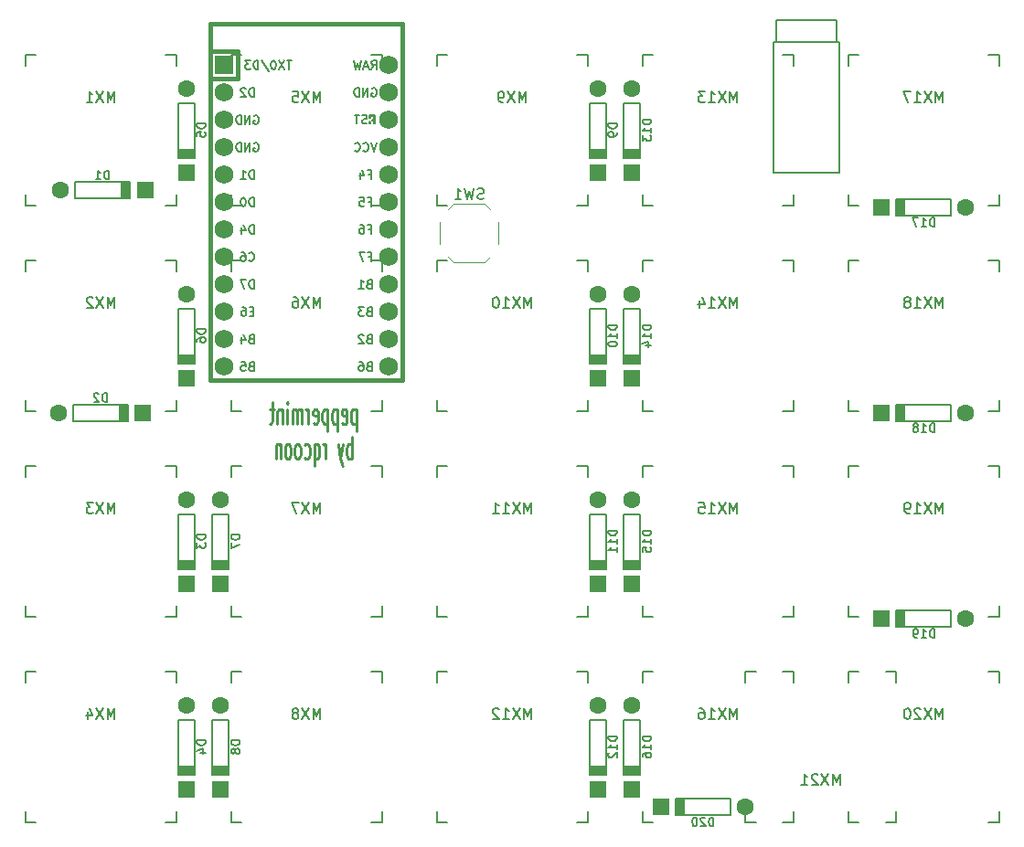
<source format=gbr>
%TF.GenerationSoftware,KiCad,Pcbnew,5.99.0-1.20211029git63d4d84.fc34*%
%TF.CreationDate,2021-10-30T18:32:49+11:00*%
%TF.ProjectId,peppermint,70657070-6572-46d6-996e-742e6b696361,rev?*%
%TF.SameCoordinates,Original*%
%TF.FileFunction,Legend,Bot*%
%TF.FilePolarity,Positive*%
%FSLAX46Y46*%
G04 Gerber Fmt 4.6, Leading zero omitted, Abs format (unit mm)*
G04 Created by KiCad (PCBNEW 5.99.0-1.20211029git63d4d84.fc34) date 2021-10-30 18:32:49*
%MOMM*%
%LPD*%
G01*
G04 APERTURE LIST*
%ADD10C,0.250000*%
%ADD11C,0.150000*%
%ADD12C,0.381000*%
%ADD13C,0.120000*%
%ADD14R,1.752600X1.752600*%
%ADD15C,1.752600*%
%ADD16R,1.600000X1.600000*%
%ADD17C,1.600000*%
G04 APERTURE END LIST*
D10*
X64921830Y-90947194D02*
X64921830Y-92947194D01*
X64921830Y-91042432D02*
X64826592Y-90947194D01*
X64636116Y-90947194D01*
X64540878Y-91042432D01*
X64493259Y-91137670D01*
X64445639Y-91328146D01*
X64445639Y-91899575D01*
X64493259Y-92090051D01*
X64540878Y-92185289D01*
X64636116Y-92280527D01*
X64826592Y-92280527D01*
X64921830Y-92185289D01*
X63636116Y-92185289D02*
X63731354Y-92280527D01*
X63921830Y-92280527D01*
X64017068Y-92185289D01*
X64064687Y-91994813D01*
X64064687Y-91232908D01*
X64017068Y-91042432D01*
X63921830Y-90947194D01*
X63731354Y-90947194D01*
X63636116Y-91042432D01*
X63588497Y-91232908D01*
X63588497Y-91423385D01*
X64064687Y-91613861D01*
X63159925Y-90947194D02*
X63159925Y-92947194D01*
X63159925Y-91042432D02*
X63064687Y-90947194D01*
X62874211Y-90947194D01*
X62778973Y-91042432D01*
X62731354Y-91137670D01*
X62683735Y-91328146D01*
X62683735Y-91899575D01*
X62731354Y-92090051D01*
X62778973Y-92185289D01*
X62874211Y-92280527D01*
X63064687Y-92280527D01*
X63159925Y-92185289D01*
X62255163Y-90947194D02*
X62255163Y-92947194D01*
X62255163Y-91042432D02*
X62159925Y-90947194D01*
X61969449Y-90947194D01*
X61874211Y-91042432D01*
X61826592Y-91137670D01*
X61778973Y-91328146D01*
X61778973Y-91899575D01*
X61826592Y-92090051D01*
X61874211Y-92185289D01*
X61969449Y-92280527D01*
X62159925Y-92280527D01*
X62255163Y-92185289D01*
X60969449Y-92185289D02*
X61064687Y-92280527D01*
X61255163Y-92280527D01*
X61350401Y-92185289D01*
X61398020Y-91994813D01*
X61398020Y-91232908D01*
X61350401Y-91042432D01*
X61255163Y-90947194D01*
X61064687Y-90947194D01*
X60969449Y-91042432D01*
X60921830Y-91232908D01*
X60921830Y-91423385D01*
X61398020Y-91613861D01*
X60493259Y-92280527D02*
X60493259Y-90947194D01*
X60493259Y-91328146D02*
X60445639Y-91137670D01*
X60398020Y-91042432D01*
X60302782Y-90947194D01*
X60207544Y-90947194D01*
X59874211Y-92280527D02*
X59874211Y-90947194D01*
X59874211Y-91137670D02*
X59826592Y-91042432D01*
X59731354Y-90947194D01*
X59588497Y-90947194D01*
X59493259Y-91042432D01*
X59445639Y-91232908D01*
X59445639Y-92280527D01*
X59445639Y-91232908D02*
X59398020Y-91042432D01*
X59302782Y-90947194D01*
X59159925Y-90947194D01*
X59064687Y-91042432D01*
X59017068Y-91232908D01*
X59017068Y-92280527D01*
X58540878Y-92280527D02*
X58540878Y-90947194D01*
X58540878Y-90280527D02*
X58588497Y-90375766D01*
X58540878Y-90471004D01*
X58493259Y-90375766D01*
X58540878Y-90280527D01*
X58540878Y-90471004D01*
X58064687Y-90947194D02*
X58064687Y-92280527D01*
X58064687Y-91137670D02*
X58017068Y-91042432D01*
X57921830Y-90947194D01*
X57778973Y-90947194D01*
X57683735Y-91042432D01*
X57636116Y-91232908D01*
X57636116Y-92280527D01*
X57302782Y-90947194D02*
X56921830Y-90947194D01*
X57159925Y-90280527D02*
X57159925Y-91994813D01*
X57112306Y-92185289D01*
X57017068Y-92280527D01*
X56921830Y-92280527D01*
X64517068Y-95500527D02*
X64517068Y-93500527D01*
X64517068Y-94262432D02*
X64421830Y-94167194D01*
X64231354Y-94167194D01*
X64136116Y-94262432D01*
X64088497Y-94357670D01*
X64040878Y-94548146D01*
X64040878Y-95119575D01*
X64088497Y-95310051D01*
X64136116Y-95405289D01*
X64231354Y-95500527D01*
X64421830Y-95500527D01*
X64517068Y-95405289D01*
X63707544Y-94167194D02*
X63469449Y-95500527D01*
X63231354Y-94167194D02*
X63469449Y-95500527D01*
X63564687Y-95976718D01*
X63612306Y-96071956D01*
X63707544Y-96167194D01*
X62088497Y-95500527D02*
X62088497Y-94167194D01*
X62088497Y-94548146D02*
X62040878Y-94357670D01*
X61993259Y-94262432D01*
X61898020Y-94167194D01*
X61802782Y-94167194D01*
X61040878Y-94167194D02*
X61040878Y-96167194D01*
X61040878Y-95405289D02*
X61136116Y-95500527D01*
X61326592Y-95500527D01*
X61421830Y-95405289D01*
X61469449Y-95310051D01*
X61517068Y-95119575D01*
X61517068Y-94548146D01*
X61469449Y-94357670D01*
X61421830Y-94262432D01*
X61326592Y-94167194D01*
X61136116Y-94167194D01*
X61040878Y-94262432D01*
X60136116Y-95405289D02*
X60231354Y-95500527D01*
X60421830Y-95500527D01*
X60517068Y-95405289D01*
X60564687Y-95310051D01*
X60612306Y-95119575D01*
X60612306Y-94548146D01*
X60564687Y-94357670D01*
X60517068Y-94262432D01*
X60421830Y-94167194D01*
X60231354Y-94167194D01*
X60136116Y-94262432D01*
X59564687Y-95500527D02*
X59659925Y-95405289D01*
X59707544Y-95310051D01*
X59755163Y-95119575D01*
X59755163Y-94548146D01*
X59707544Y-94357670D01*
X59659925Y-94262432D01*
X59564687Y-94167194D01*
X59421830Y-94167194D01*
X59326592Y-94262432D01*
X59278973Y-94357670D01*
X59231354Y-94548146D01*
X59231354Y-95119575D01*
X59278973Y-95310051D01*
X59326592Y-95405289D01*
X59421830Y-95500527D01*
X59564687Y-95500527D01*
X58659925Y-95500527D02*
X58755163Y-95405289D01*
X58802782Y-95310051D01*
X58850401Y-95119575D01*
X58850401Y-94548146D01*
X58802782Y-94357670D01*
X58755163Y-94262432D01*
X58659925Y-94167194D01*
X58517068Y-94167194D01*
X58421830Y-94262432D01*
X58374211Y-94357670D01*
X58326592Y-94548146D01*
X58326592Y-95119575D01*
X58374211Y-95310051D01*
X58421830Y-95405289D01*
X58517068Y-95500527D01*
X58659925Y-95500527D01*
X57898020Y-94167194D02*
X57898020Y-95500527D01*
X57898020Y-94357670D02*
X57850401Y-94262432D01*
X57755163Y-94167194D01*
X57612306Y-94167194D01*
X57517068Y-94262432D01*
X57469449Y-94452908D01*
X57469449Y-95500527D01*
D11*
%TO.C,MX20*%
X119236904Y-119641880D02*
X119236904Y-118641880D01*
X118903571Y-119356166D01*
X118570238Y-118641880D01*
X118570238Y-119641880D01*
X118189285Y-118641880D02*
X117522619Y-119641880D01*
X117522619Y-118641880D02*
X118189285Y-119641880D01*
X117189285Y-118737119D02*
X117141666Y-118689500D01*
X117046428Y-118641880D01*
X116808333Y-118641880D01*
X116713095Y-118689500D01*
X116665476Y-118737119D01*
X116617857Y-118832357D01*
X116617857Y-118927595D01*
X116665476Y-119070452D01*
X117236904Y-119641880D01*
X116617857Y-119641880D01*
X115998809Y-118641880D02*
X115903571Y-118641880D01*
X115808333Y-118689500D01*
X115760714Y-118737119D01*
X115713095Y-118832357D01*
X115665476Y-119022833D01*
X115665476Y-119260928D01*
X115713095Y-119451404D01*
X115760714Y-119546642D01*
X115808333Y-119594261D01*
X115903571Y-119641880D01*
X115998809Y-119641880D01*
X116094047Y-119594261D01*
X116141666Y-119546642D01*
X116189285Y-119451404D01*
X116236904Y-119260928D01*
X116236904Y-119022833D01*
X116189285Y-118832357D01*
X116141666Y-118737119D01*
X116094047Y-118689500D01*
X115998809Y-118641880D01*
%TO.C,MX16*%
X100186904Y-119641880D02*
X100186904Y-118641880D01*
X99853571Y-119356166D01*
X99520238Y-118641880D01*
X99520238Y-119641880D01*
X99139285Y-118641880D02*
X98472619Y-119641880D01*
X98472619Y-118641880D02*
X99139285Y-119641880D01*
X97567857Y-119641880D02*
X98139285Y-119641880D01*
X97853571Y-119641880D02*
X97853571Y-118641880D01*
X97948809Y-118784738D01*
X98044047Y-118879976D01*
X98139285Y-118927595D01*
X96710714Y-118641880D02*
X96901190Y-118641880D01*
X96996428Y-118689500D01*
X97044047Y-118737119D01*
X97139285Y-118879976D01*
X97186904Y-119070452D01*
X97186904Y-119451404D01*
X97139285Y-119546642D01*
X97091666Y-119594261D01*
X96996428Y-119641880D01*
X96805952Y-119641880D01*
X96710714Y-119594261D01*
X96663095Y-119546642D01*
X96615476Y-119451404D01*
X96615476Y-119213309D01*
X96663095Y-119118071D01*
X96710714Y-119070452D01*
X96805952Y-119022833D01*
X96996428Y-119022833D01*
X97091666Y-119070452D01*
X97139285Y-119118071D01*
X97186904Y-119213309D01*
%TO.C,MX15*%
X100186904Y-100591880D02*
X100186904Y-99591880D01*
X99853571Y-100306166D01*
X99520238Y-99591880D01*
X99520238Y-100591880D01*
X99139285Y-99591880D02*
X98472619Y-100591880D01*
X98472619Y-99591880D02*
X99139285Y-100591880D01*
X97567857Y-100591880D02*
X98139285Y-100591880D01*
X97853571Y-100591880D02*
X97853571Y-99591880D01*
X97948809Y-99734738D01*
X98044047Y-99829976D01*
X98139285Y-99877595D01*
X96663095Y-99591880D02*
X97139285Y-99591880D01*
X97186904Y-100068071D01*
X97139285Y-100020452D01*
X97044047Y-99972833D01*
X96805952Y-99972833D01*
X96710714Y-100020452D01*
X96663095Y-100068071D01*
X96615476Y-100163309D01*
X96615476Y-100401404D01*
X96663095Y-100496642D01*
X96710714Y-100544261D01*
X96805952Y-100591880D01*
X97044047Y-100591880D01*
X97139285Y-100544261D01*
X97186904Y-100496642D01*
%TO.C,MX19*%
X119236904Y-100591880D02*
X119236904Y-99591880D01*
X118903571Y-100306166D01*
X118570238Y-99591880D01*
X118570238Y-100591880D01*
X118189285Y-99591880D02*
X117522619Y-100591880D01*
X117522619Y-99591880D02*
X118189285Y-100591880D01*
X116617857Y-100591880D02*
X117189285Y-100591880D01*
X116903571Y-100591880D02*
X116903571Y-99591880D01*
X116998809Y-99734738D01*
X117094047Y-99829976D01*
X117189285Y-99877595D01*
X116141666Y-100591880D02*
X115951190Y-100591880D01*
X115855952Y-100544261D01*
X115808333Y-100496642D01*
X115713095Y-100353785D01*
X115665476Y-100163309D01*
X115665476Y-99782357D01*
X115713095Y-99687119D01*
X115760714Y-99639500D01*
X115855952Y-99591880D01*
X116046428Y-99591880D01*
X116141666Y-99639500D01*
X116189285Y-99687119D01*
X116236904Y-99782357D01*
X116236904Y-100020452D01*
X116189285Y-100115690D01*
X116141666Y-100163309D01*
X116046428Y-100210928D01*
X115855952Y-100210928D01*
X115760714Y-100163309D01*
X115713095Y-100115690D01*
X115665476Y-100020452D01*
%TO.C,MX2*%
X42560714Y-81541880D02*
X42560714Y-80541880D01*
X42227380Y-81256166D01*
X41894047Y-80541880D01*
X41894047Y-81541880D01*
X41513095Y-80541880D02*
X40846428Y-81541880D01*
X40846428Y-80541880D02*
X41513095Y-81541880D01*
X40513095Y-80637119D02*
X40465476Y-80589500D01*
X40370238Y-80541880D01*
X40132142Y-80541880D01*
X40036904Y-80589500D01*
X39989285Y-80637119D01*
X39941666Y-80732357D01*
X39941666Y-80827595D01*
X39989285Y-80970452D01*
X40560714Y-81541880D01*
X39941666Y-81541880D01*
%TO.C,MX11*%
X81136904Y-100591880D02*
X81136904Y-99591880D01*
X80803571Y-100306166D01*
X80470238Y-99591880D01*
X80470238Y-100591880D01*
X80089285Y-99591880D02*
X79422619Y-100591880D01*
X79422619Y-99591880D02*
X80089285Y-100591880D01*
X78517857Y-100591880D02*
X79089285Y-100591880D01*
X78803571Y-100591880D02*
X78803571Y-99591880D01*
X78898809Y-99734738D01*
X78994047Y-99829976D01*
X79089285Y-99877595D01*
X77565476Y-100591880D02*
X78136904Y-100591880D01*
X77851190Y-100591880D02*
X77851190Y-99591880D01*
X77946428Y-99734738D01*
X78041666Y-99829976D01*
X78136904Y-99877595D01*
%TO.C,MX3*%
X42560714Y-100591880D02*
X42560714Y-99591880D01*
X42227380Y-100306166D01*
X41894047Y-99591880D01*
X41894047Y-100591880D01*
X41513095Y-99591880D02*
X40846428Y-100591880D01*
X40846428Y-99591880D02*
X41513095Y-100591880D01*
X40560714Y-99591880D02*
X39941666Y-99591880D01*
X40275000Y-99972833D01*
X40132142Y-99972833D01*
X40036904Y-100020452D01*
X39989285Y-100068071D01*
X39941666Y-100163309D01*
X39941666Y-100401404D01*
X39989285Y-100496642D01*
X40036904Y-100544261D01*
X40132142Y-100591880D01*
X40417857Y-100591880D01*
X40513095Y-100544261D01*
X40560714Y-100496642D01*
%TO.C,MX4*%
X42560714Y-119641880D02*
X42560714Y-118641880D01*
X42227380Y-119356166D01*
X41894047Y-118641880D01*
X41894047Y-119641880D01*
X41513095Y-118641880D02*
X40846428Y-119641880D01*
X40846428Y-118641880D02*
X41513095Y-119641880D01*
X40036904Y-118975214D02*
X40036904Y-119641880D01*
X40275000Y-118594261D02*
X40513095Y-119308547D01*
X39894047Y-119308547D01*
%TO.C,MX14*%
X100186904Y-81541880D02*
X100186904Y-80541880D01*
X99853571Y-81256166D01*
X99520238Y-80541880D01*
X99520238Y-81541880D01*
X99139285Y-80541880D02*
X98472619Y-81541880D01*
X98472619Y-80541880D02*
X99139285Y-81541880D01*
X97567857Y-81541880D02*
X98139285Y-81541880D01*
X97853571Y-81541880D02*
X97853571Y-80541880D01*
X97948809Y-80684738D01*
X98044047Y-80779976D01*
X98139285Y-80827595D01*
X96710714Y-80875214D02*
X96710714Y-81541880D01*
X96948809Y-80494261D02*
X97186904Y-81208547D01*
X96567857Y-81208547D01*
%TO.C,MX17*%
X119236904Y-62491880D02*
X119236904Y-61491880D01*
X118903571Y-62206166D01*
X118570238Y-61491880D01*
X118570238Y-62491880D01*
X118189285Y-61491880D02*
X117522619Y-62491880D01*
X117522619Y-61491880D02*
X118189285Y-62491880D01*
X116617857Y-62491880D02*
X117189285Y-62491880D01*
X116903571Y-62491880D02*
X116903571Y-61491880D01*
X116998809Y-61634738D01*
X117094047Y-61729976D01*
X117189285Y-61777595D01*
X116284523Y-61491880D02*
X115617857Y-61491880D01*
X116046428Y-62491880D01*
%TO.C,MX9*%
X80660714Y-62491880D02*
X80660714Y-61491880D01*
X80327380Y-62206166D01*
X79994047Y-61491880D01*
X79994047Y-62491880D01*
X79613095Y-61491880D02*
X78946428Y-62491880D01*
X78946428Y-61491880D02*
X79613095Y-62491880D01*
X78517857Y-62491880D02*
X78327380Y-62491880D01*
X78232142Y-62444261D01*
X78184523Y-62396642D01*
X78089285Y-62253785D01*
X78041666Y-62063309D01*
X78041666Y-61682357D01*
X78089285Y-61587119D01*
X78136904Y-61539500D01*
X78232142Y-61491880D01*
X78422619Y-61491880D01*
X78517857Y-61539500D01*
X78565476Y-61587119D01*
X78613095Y-61682357D01*
X78613095Y-61920452D01*
X78565476Y-62015690D01*
X78517857Y-62063309D01*
X78422619Y-62110928D01*
X78232142Y-62110928D01*
X78136904Y-62063309D01*
X78089285Y-62015690D01*
X78041666Y-61920452D01*
%TO.C,MX12*%
X81136904Y-119641880D02*
X81136904Y-118641880D01*
X80803571Y-119356166D01*
X80470238Y-118641880D01*
X80470238Y-119641880D01*
X80089285Y-118641880D02*
X79422619Y-119641880D01*
X79422619Y-118641880D02*
X80089285Y-119641880D01*
X78517857Y-119641880D02*
X79089285Y-119641880D01*
X78803571Y-119641880D02*
X78803571Y-118641880D01*
X78898809Y-118784738D01*
X78994047Y-118879976D01*
X79089285Y-118927595D01*
X78136904Y-118737119D02*
X78089285Y-118689500D01*
X77994047Y-118641880D01*
X77755952Y-118641880D01*
X77660714Y-118689500D01*
X77613095Y-118737119D01*
X77565476Y-118832357D01*
X77565476Y-118927595D01*
X77613095Y-119070452D01*
X78184523Y-119641880D01*
X77565476Y-119641880D01*
%TO.C,MX8*%
X61610714Y-119641880D02*
X61610714Y-118641880D01*
X61277380Y-119356166D01*
X60944047Y-118641880D01*
X60944047Y-119641880D01*
X60563095Y-118641880D02*
X59896428Y-119641880D01*
X59896428Y-118641880D02*
X60563095Y-119641880D01*
X59372619Y-119070452D02*
X59467857Y-119022833D01*
X59515476Y-118975214D01*
X59563095Y-118879976D01*
X59563095Y-118832357D01*
X59515476Y-118737119D01*
X59467857Y-118689500D01*
X59372619Y-118641880D01*
X59182142Y-118641880D01*
X59086904Y-118689500D01*
X59039285Y-118737119D01*
X58991666Y-118832357D01*
X58991666Y-118879976D01*
X59039285Y-118975214D01*
X59086904Y-119022833D01*
X59182142Y-119070452D01*
X59372619Y-119070452D01*
X59467857Y-119118071D01*
X59515476Y-119165690D01*
X59563095Y-119260928D01*
X59563095Y-119451404D01*
X59515476Y-119546642D01*
X59467857Y-119594261D01*
X59372619Y-119641880D01*
X59182142Y-119641880D01*
X59086904Y-119594261D01*
X59039285Y-119546642D01*
X58991666Y-119451404D01*
X58991666Y-119260928D01*
X59039285Y-119165690D01*
X59086904Y-119118071D01*
X59182142Y-119070452D01*
%TO.C,MX6*%
X61610714Y-81541880D02*
X61610714Y-80541880D01*
X61277380Y-81256166D01*
X60944047Y-80541880D01*
X60944047Y-81541880D01*
X60563095Y-80541880D02*
X59896428Y-81541880D01*
X59896428Y-80541880D02*
X60563095Y-81541880D01*
X59086904Y-80541880D02*
X59277380Y-80541880D01*
X59372619Y-80589500D01*
X59420238Y-80637119D01*
X59515476Y-80779976D01*
X59563095Y-80970452D01*
X59563095Y-81351404D01*
X59515476Y-81446642D01*
X59467857Y-81494261D01*
X59372619Y-81541880D01*
X59182142Y-81541880D01*
X59086904Y-81494261D01*
X59039285Y-81446642D01*
X58991666Y-81351404D01*
X58991666Y-81113309D01*
X59039285Y-81018071D01*
X59086904Y-80970452D01*
X59182142Y-80922833D01*
X59372619Y-80922833D01*
X59467857Y-80970452D01*
X59515476Y-81018071D01*
X59563095Y-81113309D01*
%TO.C,MX10*%
X81136904Y-81541880D02*
X81136904Y-80541880D01*
X80803571Y-81256166D01*
X80470238Y-80541880D01*
X80470238Y-81541880D01*
X80089285Y-80541880D02*
X79422619Y-81541880D01*
X79422619Y-80541880D02*
X80089285Y-81541880D01*
X78517857Y-81541880D02*
X79089285Y-81541880D01*
X78803571Y-81541880D02*
X78803571Y-80541880D01*
X78898809Y-80684738D01*
X78994047Y-80779976D01*
X79089285Y-80827595D01*
X77898809Y-80541880D02*
X77803571Y-80541880D01*
X77708333Y-80589500D01*
X77660714Y-80637119D01*
X77613095Y-80732357D01*
X77565476Y-80922833D01*
X77565476Y-81160928D01*
X77613095Y-81351404D01*
X77660714Y-81446642D01*
X77708333Y-81494261D01*
X77803571Y-81541880D01*
X77898809Y-81541880D01*
X77994047Y-81494261D01*
X78041666Y-81446642D01*
X78089285Y-81351404D01*
X78136904Y-81160928D01*
X78136904Y-80922833D01*
X78089285Y-80732357D01*
X78041666Y-80637119D01*
X77994047Y-80589500D01*
X77898809Y-80541880D01*
%TO.C,MX5*%
X61610714Y-62491880D02*
X61610714Y-61491880D01*
X61277380Y-62206166D01*
X60944047Y-61491880D01*
X60944047Y-62491880D01*
X60563095Y-61491880D02*
X59896428Y-62491880D01*
X59896428Y-61491880D02*
X60563095Y-62491880D01*
X59039285Y-61491880D02*
X59515476Y-61491880D01*
X59563095Y-61968071D01*
X59515476Y-61920452D01*
X59420238Y-61872833D01*
X59182142Y-61872833D01*
X59086904Y-61920452D01*
X59039285Y-61968071D01*
X58991666Y-62063309D01*
X58991666Y-62301404D01*
X59039285Y-62396642D01*
X59086904Y-62444261D01*
X59182142Y-62491880D01*
X59420238Y-62491880D01*
X59515476Y-62444261D01*
X59563095Y-62396642D01*
%TO.C,MX18*%
X119236904Y-81541880D02*
X119236904Y-80541880D01*
X118903571Y-81256166D01*
X118570238Y-80541880D01*
X118570238Y-81541880D01*
X118189285Y-80541880D02*
X117522619Y-81541880D01*
X117522619Y-80541880D02*
X118189285Y-81541880D01*
X116617857Y-81541880D02*
X117189285Y-81541880D01*
X116903571Y-81541880D02*
X116903571Y-80541880D01*
X116998809Y-80684738D01*
X117094047Y-80779976D01*
X117189285Y-80827595D01*
X116046428Y-80970452D02*
X116141666Y-80922833D01*
X116189285Y-80875214D01*
X116236904Y-80779976D01*
X116236904Y-80732357D01*
X116189285Y-80637119D01*
X116141666Y-80589500D01*
X116046428Y-80541880D01*
X115855952Y-80541880D01*
X115760714Y-80589500D01*
X115713095Y-80637119D01*
X115665476Y-80732357D01*
X115665476Y-80779976D01*
X115713095Y-80875214D01*
X115760714Y-80922833D01*
X115855952Y-80970452D01*
X116046428Y-80970452D01*
X116141666Y-81018071D01*
X116189285Y-81065690D01*
X116236904Y-81160928D01*
X116236904Y-81351404D01*
X116189285Y-81446642D01*
X116141666Y-81494261D01*
X116046428Y-81541880D01*
X115855952Y-81541880D01*
X115760714Y-81494261D01*
X115713095Y-81446642D01*
X115665476Y-81351404D01*
X115665476Y-81160928D01*
X115713095Y-81065690D01*
X115760714Y-81018071D01*
X115855952Y-80970452D01*
%TO.C,MX7*%
X61610714Y-100591880D02*
X61610714Y-99591880D01*
X61277380Y-100306166D01*
X60944047Y-99591880D01*
X60944047Y-100591880D01*
X60563095Y-99591880D02*
X59896428Y-100591880D01*
X59896428Y-99591880D02*
X60563095Y-100591880D01*
X59610714Y-99591880D02*
X58944047Y-99591880D01*
X59372619Y-100591880D01*
%TO.C,MX1*%
X42560714Y-62491880D02*
X42560714Y-61491880D01*
X42227380Y-62206166D01*
X41894047Y-61491880D01*
X41894047Y-62491880D01*
X41513095Y-61491880D02*
X40846428Y-62491880D01*
X40846428Y-61491880D02*
X41513095Y-62491880D01*
X39941666Y-62491880D02*
X40513095Y-62491880D01*
X40227380Y-62491880D02*
X40227380Y-61491880D01*
X40322619Y-61634738D01*
X40417857Y-61729976D01*
X40513095Y-61777595D01*
%TO.C,MX21*%
X109711904Y-125737880D02*
X109711904Y-124737880D01*
X109378571Y-125452166D01*
X109045238Y-124737880D01*
X109045238Y-125737880D01*
X108664285Y-124737880D02*
X107997619Y-125737880D01*
X107997619Y-124737880D02*
X108664285Y-125737880D01*
X107664285Y-124833119D02*
X107616666Y-124785500D01*
X107521428Y-124737880D01*
X107283333Y-124737880D01*
X107188095Y-124785500D01*
X107140476Y-124833119D01*
X107092857Y-124928357D01*
X107092857Y-125023595D01*
X107140476Y-125166452D01*
X107711904Y-125737880D01*
X107092857Y-125737880D01*
X106140476Y-125737880D02*
X106711904Y-125737880D01*
X106426190Y-125737880D02*
X106426190Y-124737880D01*
X106521428Y-124880738D01*
X106616666Y-124975976D01*
X106711904Y-125023595D01*
%TO.C,U1*%
X66052666Y-76777857D02*
X66319333Y-76777857D01*
X66319333Y-77196904D02*
X66319333Y-76396904D01*
X65938380Y-76396904D01*
X65709809Y-76396904D02*
X65176476Y-76396904D01*
X65519333Y-77196904D01*
X66109809Y-79317857D02*
X65995523Y-79355952D01*
X65957428Y-79394047D01*
X65919333Y-79470238D01*
X65919333Y-79584523D01*
X65957428Y-79660714D01*
X65995523Y-79698809D01*
X66071714Y-79736904D01*
X66376476Y-79736904D01*
X66376476Y-78936904D01*
X66109809Y-78936904D01*
X66033619Y-78975000D01*
X65995523Y-79013095D01*
X65957428Y-79089285D01*
X65957428Y-79165476D01*
X65995523Y-79241666D01*
X66033619Y-79279761D01*
X66109809Y-79317857D01*
X66376476Y-79317857D01*
X65157428Y-79736904D02*
X65614571Y-79736904D01*
X65386000Y-79736904D02*
X65386000Y-78936904D01*
X65462190Y-79051190D01*
X65538380Y-79127380D01*
X65614571Y-79165476D01*
X66109809Y-86937857D02*
X65995523Y-86975952D01*
X65957428Y-87014047D01*
X65919333Y-87090238D01*
X65919333Y-87204523D01*
X65957428Y-87280714D01*
X65995523Y-87318809D01*
X66071714Y-87356904D01*
X66376476Y-87356904D01*
X66376476Y-86556904D01*
X66109809Y-86556904D01*
X66033619Y-86595000D01*
X65995523Y-86633095D01*
X65957428Y-86709285D01*
X65957428Y-86785476D01*
X65995523Y-86861666D01*
X66033619Y-86899761D01*
X66109809Y-86937857D01*
X66376476Y-86937857D01*
X65233619Y-86556904D02*
X65386000Y-86556904D01*
X65462190Y-86595000D01*
X65500285Y-86633095D01*
X65576476Y-86747380D01*
X65614571Y-86899761D01*
X65614571Y-87204523D01*
X65576476Y-87280714D01*
X65538380Y-87318809D01*
X65462190Y-87356904D01*
X65309809Y-87356904D01*
X65233619Y-87318809D01*
X65195523Y-87280714D01*
X65157428Y-87204523D01*
X65157428Y-87014047D01*
X65195523Y-86937857D01*
X65233619Y-86899761D01*
X65309809Y-86861666D01*
X65462190Y-86861666D01*
X65538380Y-86899761D01*
X65576476Y-86937857D01*
X65614571Y-87014047D01*
X54997333Y-77120714D02*
X55035428Y-77158809D01*
X55149714Y-77196904D01*
X55225904Y-77196904D01*
X55340190Y-77158809D01*
X55416380Y-77082619D01*
X55454476Y-77006428D01*
X55492571Y-76854047D01*
X55492571Y-76739761D01*
X55454476Y-76587380D01*
X55416380Y-76511190D01*
X55340190Y-76435000D01*
X55225904Y-76396904D01*
X55149714Y-76396904D01*
X55035428Y-76435000D01*
X54997333Y-76473095D01*
X54311619Y-76396904D02*
X54464000Y-76396904D01*
X54540190Y-76435000D01*
X54578285Y-76473095D01*
X54654476Y-76587380D01*
X54692571Y-76739761D01*
X54692571Y-77044523D01*
X54654476Y-77120714D01*
X54616380Y-77158809D01*
X54540190Y-77196904D01*
X54387809Y-77196904D01*
X54311619Y-77158809D01*
X54273523Y-77120714D01*
X54235428Y-77044523D01*
X54235428Y-76854047D01*
X54273523Y-76777857D01*
X54311619Y-76739761D01*
X54387809Y-76701666D01*
X54540190Y-76701666D01*
X54616380Y-76739761D01*
X54654476Y-76777857D01*
X54692571Y-76854047D01*
X55454476Y-74656904D02*
X55454476Y-73856904D01*
X55264000Y-73856904D01*
X55149714Y-73895000D01*
X55073523Y-73971190D01*
X55035428Y-74047380D01*
X54997333Y-74199761D01*
X54997333Y-74314047D01*
X55035428Y-74466428D01*
X55073523Y-74542619D01*
X55149714Y-74618809D01*
X55264000Y-74656904D01*
X55454476Y-74656904D01*
X54311619Y-74123571D02*
X54311619Y-74656904D01*
X54502095Y-73818809D02*
X54692571Y-74390238D01*
X54197333Y-74390238D01*
X55454476Y-69576904D02*
X55454476Y-68776904D01*
X55264000Y-68776904D01*
X55149714Y-68815000D01*
X55073523Y-68891190D01*
X55035428Y-68967380D01*
X54997333Y-69119761D01*
X54997333Y-69234047D01*
X55035428Y-69386428D01*
X55073523Y-69462619D01*
X55149714Y-69538809D01*
X55264000Y-69576904D01*
X55454476Y-69576904D01*
X54235428Y-69576904D02*
X54692571Y-69576904D01*
X54464000Y-69576904D02*
X54464000Y-68776904D01*
X54540190Y-68891190D01*
X54616380Y-68967380D01*
X54692571Y-69005476D01*
X55473523Y-63735000D02*
X55549714Y-63696904D01*
X55664000Y-63696904D01*
X55778285Y-63735000D01*
X55854476Y-63811190D01*
X55892571Y-63887380D01*
X55930666Y-64039761D01*
X55930666Y-64154047D01*
X55892571Y-64306428D01*
X55854476Y-64382619D01*
X55778285Y-64458809D01*
X55664000Y-64496904D01*
X55587809Y-64496904D01*
X55473523Y-64458809D01*
X55435428Y-64420714D01*
X55435428Y-64154047D01*
X55587809Y-64154047D01*
X55092571Y-64496904D02*
X55092571Y-63696904D01*
X54635428Y-64496904D01*
X54635428Y-63696904D01*
X54254476Y-64496904D02*
X54254476Y-63696904D01*
X54064000Y-63696904D01*
X53949714Y-63735000D01*
X53873523Y-63811190D01*
X53835428Y-63887380D01*
X53797333Y-64039761D01*
X53797333Y-64154047D01*
X53835428Y-64306428D01*
X53873523Y-64382619D01*
X53949714Y-64458809D01*
X54064000Y-64496904D01*
X54254476Y-64496904D01*
X55454476Y-61956904D02*
X55454476Y-61156904D01*
X55264000Y-61156904D01*
X55149714Y-61195000D01*
X55073523Y-61271190D01*
X55035428Y-61347380D01*
X54997333Y-61499761D01*
X54997333Y-61614047D01*
X55035428Y-61766428D01*
X55073523Y-61842619D01*
X55149714Y-61918809D01*
X55264000Y-61956904D01*
X55454476Y-61956904D01*
X54692571Y-61233095D02*
X54654476Y-61195000D01*
X54578285Y-61156904D01*
X54387809Y-61156904D01*
X54311619Y-61195000D01*
X54273523Y-61233095D01*
X54235428Y-61309285D01*
X54235428Y-61385476D01*
X54273523Y-61499761D01*
X54730666Y-61956904D01*
X54235428Y-61956904D01*
X55187809Y-86937857D02*
X55073523Y-86975952D01*
X55035428Y-87014047D01*
X54997333Y-87090238D01*
X54997333Y-87204523D01*
X55035428Y-87280714D01*
X55073523Y-87318809D01*
X55149714Y-87356904D01*
X55454476Y-87356904D01*
X55454476Y-86556904D01*
X55187809Y-86556904D01*
X55111619Y-86595000D01*
X55073523Y-86633095D01*
X55035428Y-86709285D01*
X55035428Y-86785476D01*
X55073523Y-86861666D01*
X55111619Y-86899761D01*
X55187809Y-86937857D01*
X55454476Y-86937857D01*
X54273523Y-86556904D02*
X54654476Y-86556904D01*
X54692571Y-86937857D01*
X54654476Y-86899761D01*
X54578285Y-86861666D01*
X54387809Y-86861666D01*
X54311619Y-86899761D01*
X54273523Y-86937857D01*
X54235428Y-87014047D01*
X54235428Y-87204523D01*
X54273523Y-87280714D01*
X54311619Y-87318809D01*
X54387809Y-87356904D01*
X54578285Y-87356904D01*
X54654476Y-87318809D01*
X54692571Y-87280714D01*
X55416380Y-81857857D02*
X55149714Y-81857857D01*
X55035428Y-82276904D02*
X55416380Y-82276904D01*
X55416380Y-81476904D01*
X55035428Y-81476904D01*
X54349714Y-81476904D02*
X54502095Y-81476904D01*
X54578285Y-81515000D01*
X54616380Y-81553095D01*
X54692571Y-81667380D01*
X54730666Y-81819761D01*
X54730666Y-82124523D01*
X54692571Y-82200714D01*
X54654476Y-82238809D01*
X54578285Y-82276904D01*
X54425904Y-82276904D01*
X54349714Y-82238809D01*
X54311619Y-82200714D01*
X54273523Y-82124523D01*
X54273523Y-81934047D01*
X54311619Y-81857857D01*
X54349714Y-81819761D01*
X54425904Y-81781666D01*
X54578285Y-81781666D01*
X54654476Y-81819761D01*
X54692571Y-81857857D01*
X54730666Y-81934047D01*
X55454476Y-79736904D02*
X55454476Y-78936904D01*
X55264000Y-78936904D01*
X55149714Y-78975000D01*
X55073523Y-79051190D01*
X55035428Y-79127380D01*
X54997333Y-79279761D01*
X54997333Y-79394047D01*
X55035428Y-79546428D01*
X55073523Y-79622619D01*
X55149714Y-79698809D01*
X55264000Y-79736904D01*
X55454476Y-79736904D01*
X54730666Y-78936904D02*
X54197333Y-78936904D01*
X54540190Y-79736904D01*
X58943604Y-58616904D02*
X58486461Y-58616904D01*
X58715032Y-59416904D02*
X58715032Y-58616904D01*
X58295985Y-58616904D02*
X57762651Y-59416904D01*
X57762651Y-58616904D02*
X58295985Y-59416904D01*
X57305508Y-58616904D02*
X57229318Y-58616904D01*
X57153128Y-58655000D01*
X57115032Y-58693095D01*
X57076937Y-58769285D01*
X57038842Y-58921666D01*
X57038842Y-59112142D01*
X57076937Y-59264523D01*
X57115032Y-59340714D01*
X57153128Y-59378809D01*
X57229318Y-59416904D01*
X57305508Y-59416904D01*
X57381699Y-59378809D01*
X57419794Y-59340714D01*
X57457889Y-59264523D01*
X57495985Y-59112142D01*
X57495985Y-58921666D01*
X57457889Y-58769285D01*
X57419794Y-58693095D01*
X57381699Y-58655000D01*
X57305508Y-58616904D01*
X56124556Y-58578809D02*
X56810270Y-59607380D01*
X55857889Y-59416904D02*
X55857889Y-58616904D01*
X55667413Y-58616904D01*
X55553128Y-58655000D01*
X55476937Y-58731190D01*
X55438842Y-58807380D01*
X55400747Y-58959761D01*
X55400747Y-59074047D01*
X55438842Y-59226428D01*
X55476937Y-59302619D01*
X55553128Y-59378809D01*
X55667413Y-59416904D01*
X55857889Y-59416904D01*
X55134080Y-58616904D02*
X54638842Y-58616904D01*
X54905508Y-58921666D01*
X54791223Y-58921666D01*
X54715032Y-58959761D01*
X54676937Y-58997857D01*
X54638842Y-59074047D01*
X54638842Y-59264523D01*
X54676937Y-59340714D01*
X54715032Y-59378809D01*
X54791223Y-59416904D01*
X55019794Y-59416904D01*
X55095985Y-59378809D01*
X55134080Y-59340714D01*
X55473523Y-66275000D02*
X55549714Y-66236904D01*
X55664000Y-66236904D01*
X55778285Y-66275000D01*
X55854476Y-66351190D01*
X55892571Y-66427380D01*
X55930666Y-66579761D01*
X55930666Y-66694047D01*
X55892571Y-66846428D01*
X55854476Y-66922619D01*
X55778285Y-66998809D01*
X55664000Y-67036904D01*
X55587809Y-67036904D01*
X55473523Y-66998809D01*
X55435428Y-66960714D01*
X55435428Y-66694047D01*
X55587809Y-66694047D01*
X55092571Y-67036904D02*
X55092571Y-66236904D01*
X54635428Y-67036904D01*
X54635428Y-66236904D01*
X54254476Y-67036904D02*
X54254476Y-66236904D01*
X54064000Y-66236904D01*
X53949714Y-66275000D01*
X53873523Y-66351190D01*
X53835428Y-66427380D01*
X53797333Y-66579761D01*
X53797333Y-66694047D01*
X53835428Y-66846428D01*
X53873523Y-66922619D01*
X53949714Y-66998809D01*
X54064000Y-67036904D01*
X54254476Y-67036904D01*
X66052666Y-74237857D02*
X66319333Y-74237857D01*
X66319333Y-74656904D02*
X66319333Y-73856904D01*
X65938380Y-73856904D01*
X65290761Y-73856904D02*
X65443142Y-73856904D01*
X65519333Y-73895000D01*
X65557428Y-73933095D01*
X65633619Y-74047380D01*
X65671714Y-74199761D01*
X65671714Y-74504523D01*
X65633619Y-74580714D01*
X65595523Y-74618809D01*
X65519333Y-74656904D01*
X65366952Y-74656904D01*
X65290761Y-74618809D01*
X65252666Y-74580714D01*
X65214571Y-74504523D01*
X65214571Y-74314047D01*
X65252666Y-74237857D01*
X65290761Y-74199761D01*
X65366952Y-74161666D01*
X65519333Y-74161666D01*
X65595523Y-74199761D01*
X65633619Y-74237857D01*
X65671714Y-74314047D01*
X66338380Y-59416904D02*
X66605047Y-59035952D01*
X66795523Y-59416904D02*
X66795523Y-58616904D01*
X66490761Y-58616904D01*
X66414571Y-58655000D01*
X66376476Y-58693095D01*
X66338380Y-58769285D01*
X66338380Y-58883571D01*
X66376476Y-58959761D01*
X66414571Y-58997857D01*
X66490761Y-59035952D01*
X66795523Y-59035952D01*
X66033619Y-59188333D02*
X65652666Y-59188333D01*
X66109809Y-59416904D02*
X65843142Y-58616904D01*
X65576476Y-59416904D01*
X65386000Y-58616904D02*
X65195523Y-59416904D01*
X65043142Y-58845476D01*
X64890761Y-59416904D01*
X64700285Y-58616904D01*
X66109809Y-84397857D02*
X65995523Y-84435952D01*
X65957428Y-84474047D01*
X65919333Y-84550238D01*
X65919333Y-84664523D01*
X65957428Y-84740714D01*
X65995523Y-84778809D01*
X66071714Y-84816904D01*
X66376476Y-84816904D01*
X66376476Y-84016904D01*
X66109809Y-84016904D01*
X66033619Y-84055000D01*
X65995523Y-84093095D01*
X65957428Y-84169285D01*
X65957428Y-84245476D01*
X65995523Y-84321666D01*
X66033619Y-84359761D01*
X66109809Y-84397857D01*
X66376476Y-84397857D01*
X65614571Y-84093095D02*
X65576476Y-84055000D01*
X65500285Y-84016904D01*
X65309809Y-84016904D01*
X65233619Y-84055000D01*
X65195523Y-84093095D01*
X65157428Y-84169285D01*
X65157428Y-84245476D01*
X65195523Y-84359761D01*
X65652666Y-84816904D01*
X65157428Y-84816904D01*
X65898333Y-64438809D02*
X65784047Y-64476904D01*
X65593571Y-64476904D01*
X65517380Y-64438809D01*
X65479285Y-64400714D01*
X65441190Y-64324523D01*
X65441190Y-64248333D01*
X65479285Y-64172142D01*
X65517380Y-64134047D01*
X65593571Y-64095952D01*
X65745952Y-64057857D01*
X65822142Y-64019761D01*
X65860238Y-63981666D01*
X65898333Y-63905476D01*
X65898333Y-63829285D01*
X65860238Y-63753095D01*
X65822142Y-63715000D01*
X65745952Y-63676904D01*
X65555476Y-63676904D01*
X65441190Y-63715000D01*
X65212619Y-63676904D02*
X64755476Y-63676904D01*
X64984047Y-64476904D02*
X64984047Y-63676904D01*
X66052666Y-69157857D02*
X66319333Y-69157857D01*
X66319333Y-69576904D02*
X66319333Y-68776904D01*
X65938380Y-68776904D01*
X65290761Y-69043571D02*
X65290761Y-69576904D01*
X65481238Y-68738809D02*
X65671714Y-69310238D01*
X65176476Y-69310238D01*
X55454476Y-72116904D02*
X55454476Y-71316904D01*
X55264000Y-71316904D01*
X55149714Y-71355000D01*
X55073523Y-71431190D01*
X55035428Y-71507380D01*
X54997333Y-71659761D01*
X54997333Y-71774047D01*
X55035428Y-71926428D01*
X55073523Y-72002619D01*
X55149714Y-72078809D01*
X55264000Y-72116904D01*
X55454476Y-72116904D01*
X54502095Y-71316904D02*
X54425904Y-71316904D01*
X54349714Y-71355000D01*
X54311619Y-71393095D01*
X54273523Y-71469285D01*
X54235428Y-71621666D01*
X54235428Y-71812142D01*
X54273523Y-71964523D01*
X54311619Y-72040714D01*
X54349714Y-72078809D01*
X54425904Y-72116904D01*
X54502095Y-72116904D01*
X54578285Y-72078809D01*
X54616380Y-72040714D01*
X54654476Y-71964523D01*
X54692571Y-71812142D01*
X54692571Y-71621666D01*
X54654476Y-71469285D01*
X54616380Y-71393095D01*
X54578285Y-71355000D01*
X54502095Y-71316904D01*
X66852666Y-66236904D02*
X66586000Y-67036904D01*
X66319333Y-66236904D01*
X65595523Y-66960714D02*
X65633619Y-66998809D01*
X65747904Y-67036904D01*
X65824095Y-67036904D01*
X65938380Y-66998809D01*
X66014571Y-66922619D01*
X66052666Y-66846428D01*
X66090761Y-66694047D01*
X66090761Y-66579761D01*
X66052666Y-66427380D01*
X66014571Y-66351190D01*
X65938380Y-66275000D01*
X65824095Y-66236904D01*
X65747904Y-66236904D01*
X65633619Y-66275000D01*
X65595523Y-66313095D01*
X64795523Y-66960714D02*
X64833619Y-66998809D01*
X64947904Y-67036904D01*
X65024095Y-67036904D01*
X65138380Y-66998809D01*
X65214571Y-66922619D01*
X65252666Y-66846428D01*
X65290761Y-66694047D01*
X65290761Y-66579761D01*
X65252666Y-66427380D01*
X65214571Y-66351190D01*
X65138380Y-66275000D01*
X65024095Y-66236904D01*
X64947904Y-66236904D01*
X64833619Y-66275000D01*
X64795523Y-66313095D01*
X66052666Y-71697857D02*
X66319333Y-71697857D01*
X66319333Y-72116904D02*
X66319333Y-71316904D01*
X65938380Y-71316904D01*
X65252666Y-71316904D02*
X65633619Y-71316904D01*
X65671714Y-71697857D01*
X65633619Y-71659761D01*
X65557428Y-71621666D01*
X65366952Y-71621666D01*
X65290761Y-71659761D01*
X65252666Y-71697857D01*
X65214571Y-71774047D01*
X65214571Y-71964523D01*
X65252666Y-72040714D01*
X65290761Y-72078809D01*
X65366952Y-72116904D01*
X65557428Y-72116904D01*
X65633619Y-72078809D01*
X65671714Y-72040714D01*
X66395523Y-61195000D02*
X66471714Y-61156904D01*
X66586000Y-61156904D01*
X66700285Y-61195000D01*
X66776476Y-61271190D01*
X66814571Y-61347380D01*
X66852666Y-61499761D01*
X66852666Y-61614047D01*
X66814571Y-61766428D01*
X66776476Y-61842619D01*
X66700285Y-61918809D01*
X66586000Y-61956904D01*
X66509809Y-61956904D01*
X66395523Y-61918809D01*
X66357428Y-61880714D01*
X66357428Y-61614047D01*
X66509809Y-61614047D01*
X66014571Y-61956904D02*
X66014571Y-61156904D01*
X65557428Y-61956904D01*
X65557428Y-61156904D01*
X65176476Y-61956904D02*
X65176476Y-61156904D01*
X64986000Y-61156904D01*
X64871714Y-61195000D01*
X64795523Y-61271190D01*
X64757428Y-61347380D01*
X64719333Y-61499761D01*
X64719333Y-61614047D01*
X64757428Y-61766428D01*
X64795523Y-61842619D01*
X64871714Y-61918809D01*
X64986000Y-61956904D01*
X65176476Y-61956904D01*
X66109809Y-81857857D02*
X65995523Y-81895952D01*
X65957428Y-81934047D01*
X65919333Y-82010238D01*
X65919333Y-82124523D01*
X65957428Y-82200714D01*
X65995523Y-82238809D01*
X66071714Y-82276904D01*
X66376476Y-82276904D01*
X66376476Y-81476904D01*
X66109809Y-81476904D01*
X66033619Y-81515000D01*
X65995523Y-81553095D01*
X65957428Y-81629285D01*
X65957428Y-81705476D01*
X65995523Y-81781666D01*
X66033619Y-81819761D01*
X66109809Y-81857857D01*
X66376476Y-81857857D01*
X65652666Y-81476904D02*
X65157428Y-81476904D01*
X65424095Y-81781666D01*
X65309809Y-81781666D01*
X65233619Y-81819761D01*
X65195523Y-81857857D01*
X65157428Y-81934047D01*
X65157428Y-82124523D01*
X65195523Y-82200714D01*
X65233619Y-82238809D01*
X65309809Y-82276904D01*
X65538380Y-82276904D01*
X65614571Y-82238809D01*
X65652666Y-82200714D01*
X55187809Y-84397857D02*
X55073523Y-84435952D01*
X55035428Y-84474047D01*
X54997333Y-84550238D01*
X54997333Y-84664523D01*
X55035428Y-84740714D01*
X55073523Y-84778809D01*
X55149714Y-84816904D01*
X55454476Y-84816904D01*
X55454476Y-84016904D01*
X55187809Y-84016904D01*
X55111619Y-84055000D01*
X55073523Y-84093095D01*
X55035428Y-84169285D01*
X55035428Y-84245476D01*
X55073523Y-84321666D01*
X55111619Y-84359761D01*
X55187809Y-84397857D01*
X55454476Y-84397857D01*
X54311619Y-84283571D02*
X54311619Y-84816904D01*
X54502095Y-83978809D02*
X54692571Y-84550238D01*
X54197333Y-84550238D01*
%TO.C,MX13*%
X100186904Y-62491880D02*
X100186904Y-61491880D01*
X99853571Y-62206166D01*
X99520238Y-61491880D01*
X99520238Y-62491880D01*
X99139285Y-61491880D02*
X98472619Y-62491880D01*
X98472619Y-61491880D02*
X99139285Y-62491880D01*
X97567857Y-62491880D02*
X98139285Y-62491880D01*
X97853571Y-62491880D02*
X97853571Y-61491880D01*
X97948809Y-61634738D01*
X98044047Y-61729976D01*
X98139285Y-61777595D01*
X97234523Y-61491880D02*
X96615476Y-61491880D01*
X96948809Y-61872833D01*
X96805952Y-61872833D01*
X96710714Y-61920452D01*
X96663095Y-61968071D01*
X96615476Y-62063309D01*
X96615476Y-62301404D01*
X96663095Y-62396642D01*
X96710714Y-62444261D01*
X96805952Y-62491880D01*
X97091666Y-62491880D01*
X97186904Y-62444261D01*
X97234523Y-62396642D01*
%TO.C,D4*%
X50974404Y-121621623D02*
X50174404Y-121621623D01*
X50174404Y-121812100D01*
X50212500Y-121926385D01*
X50288690Y-122002576D01*
X50364880Y-122040671D01*
X50517261Y-122078766D01*
X50631547Y-122078766D01*
X50783928Y-122040671D01*
X50860119Y-122002576D01*
X50936309Y-121926385D01*
X50974404Y-121812100D01*
X50974404Y-121621623D01*
X50441071Y-122764480D02*
X50974404Y-122764480D01*
X50136309Y-122574004D02*
X50707738Y-122383528D01*
X50707738Y-122878766D01*
%TO.C,SW1*%
X76739583Y-71417261D02*
X76596726Y-71464880D01*
X76358630Y-71464880D01*
X76263392Y-71417261D01*
X76215773Y-71369642D01*
X76168154Y-71274404D01*
X76168154Y-71179166D01*
X76215773Y-71083928D01*
X76263392Y-71036309D01*
X76358630Y-70988690D01*
X76549107Y-70941071D01*
X76644345Y-70893452D01*
X76691964Y-70845833D01*
X76739583Y-70750595D01*
X76739583Y-70655357D01*
X76691964Y-70560119D01*
X76644345Y-70512500D01*
X76549107Y-70464880D01*
X76311011Y-70464880D01*
X76168154Y-70512500D01*
X75834821Y-70464880D02*
X75596726Y-71464880D01*
X75406250Y-70750595D01*
X75215773Y-71464880D01*
X74977678Y-70464880D01*
X74072916Y-71464880D02*
X74644345Y-71464880D01*
X74358630Y-71464880D02*
X74358630Y-70464880D01*
X74453869Y-70607738D01*
X74549107Y-70702976D01*
X74644345Y-70750595D01*
%TO.C,D5*%
X50974404Y-64471623D02*
X50174404Y-64471623D01*
X50174404Y-64662100D01*
X50212500Y-64776385D01*
X50288690Y-64852576D01*
X50364880Y-64890671D01*
X50517261Y-64928766D01*
X50631547Y-64928766D01*
X50783928Y-64890671D01*
X50860119Y-64852576D01*
X50936309Y-64776385D01*
X50974404Y-64662100D01*
X50974404Y-64471623D01*
X50174404Y-65652576D02*
X50174404Y-65271623D01*
X50555357Y-65233528D01*
X50517261Y-65271623D01*
X50479166Y-65347814D01*
X50479166Y-65538290D01*
X50517261Y-65614480D01*
X50555357Y-65652576D01*
X50631547Y-65690671D01*
X50822023Y-65690671D01*
X50898214Y-65652576D01*
X50936309Y-65614480D01*
X50974404Y-65538290D01*
X50974404Y-65347814D01*
X50936309Y-65271623D01*
X50898214Y-65233528D01*
%TO.C,D8*%
X54149404Y-121621623D02*
X53349404Y-121621623D01*
X53349404Y-121812100D01*
X53387500Y-121926385D01*
X53463690Y-122002576D01*
X53539880Y-122040671D01*
X53692261Y-122078766D01*
X53806547Y-122078766D01*
X53958928Y-122040671D01*
X54035119Y-122002576D01*
X54111309Y-121926385D01*
X54149404Y-121812100D01*
X54149404Y-121621623D01*
X53692261Y-122535909D02*
X53654166Y-122459719D01*
X53616071Y-122421623D01*
X53539880Y-122383528D01*
X53501785Y-122383528D01*
X53425595Y-122421623D01*
X53387500Y-122459719D01*
X53349404Y-122535909D01*
X53349404Y-122688290D01*
X53387500Y-122764480D01*
X53425595Y-122802576D01*
X53501785Y-122840671D01*
X53539880Y-122840671D01*
X53616071Y-122802576D01*
X53654166Y-122764480D01*
X53692261Y-122688290D01*
X53692261Y-122535909D01*
X53730357Y-122459719D01*
X53768452Y-122421623D01*
X53844642Y-122383528D01*
X53997023Y-122383528D01*
X54073214Y-122421623D01*
X54111309Y-122459719D01*
X54149404Y-122535909D01*
X54149404Y-122688290D01*
X54111309Y-122764480D01*
X54073214Y-122802576D01*
X53997023Y-122840671D01*
X53844642Y-122840671D01*
X53768452Y-122802576D01*
X53730357Y-122764480D01*
X53692261Y-122688290D01*
%TO.C,D12*%
X89074404Y-121240671D02*
X88274404Y-121240671D01*
X88274404Y-121431147D01*
X88312500Y-121545433D01*
X88388690Y-121621623D01*
X88464880Y-121659719D01*
X88617261Y-121697814D01*
X88731547Y-121697814D01*
X88883928Y-121659719D01*
X88960119Y-121621623D01*
X89036309Y-121545433D01*
X89074404Y-121431147D01*
X89074404Y-121240671D01*
X89074404Y-122459719D02*
X89074404Y-122002576D01*
X89074404Y-122231147D02*
X88274404Y-122231147D01*
X88388690Y-122154957D01*
X88464880Y-122078766D01*
X88502976Y-122002576D01*
X88350595Y-122764480D02*
X88312500Y-122802576D01*
X88274404Y-122878766D01*
X88274404Y-123069242D01*
X88312500Y-123145433D01*
X88350595Y-123183528D01*
X88426785Y-123221623D01*
X88502976Y-123221623D01*
X88617261Y-123183528D01*
X89074404Y-122726385D01*
X89074404Y-123221623D01*
%TO.C,D7*%
X54149404Y-102571623D02*
X53349404Y-102571623D01*
X53349404Y-102762100D01*
X53387500Y-102876385D01*
X53463690Y-102952576D01*
X53539880Y-102990671D01*
X53692261Y-103028766D01*
X53806547Y-103028766D01*
X53958928Y-102990671D01*
X54035119Y-102952576D01*
X54111309Y-102876385D01*
X54149404Y-102762100D01*
X54149404Y-102571623D01*
X53349404Y-103295433D02*
X53349404Y-103828766D01*
X54149404Y-103485909D01*
%TO.C,D20*%
X98021828Y-129555654D02*
X98021828Y-128755654D01*
X97831352Y-128755654D01*
X97717066Y-128793750D01*
X97640876Y-128869940D01*
X97602780Y-128946130D01*
X97564685Y-129098511D01*
X97564685Y-129212797D01*
X97602780Y-129365178D01*
X97640876Y-129441369D01*
X97717066Y-129517559D01*
X97831352Y-129555654D01*
X98021828Y-129555654D01*
X97259923Y-128831845D02*
X97221828Y-128793750D01*
X97145638Y-128755654D01*
X96955161Y-128755654D01*
X96878971Y-128793750D01*
X96840876Y-128831845D01*
X96802780Y-128908035D01*
X96802780Y-128984226D01*
X96840876Y-129098511D01*
X97298019Y-129555654D01*
X96802780Y-129555654D01*
X96307542Y-128755654D02*
X96231352Y-128755654D01*
X96155161Y-128793750D01*
X96117066Y-128831845D01*
X96078971Y-128908035D01*
X96040876Y-129060416D01*
X96040876Y-129250892D01*
X96078971Y-129403273D01*
X96117066Y-129479464D01*
X96155161Y-129517559D01*
X96231352Y-129555654D01*
X96307542Y-129555654D01*
X96383733Y-129517559D01*
X96421828Y-129479464D01*
X96459923Y-129403273D01*
X96498019Y-129250892D01*
X96498019Y-129060416D01*
X96459923Y-128908035D01*
X96421828Y-128831845D01*
X96383733Y-128793750D01*
X96307542Y-128755654D01*
%TO.C,D9*%
X89074404Y-64471623D02*
X88274404Y-64471623D01*
X88274404Y-64662100D01*
X88312500Y-64776385D01*
X88388690Y-64852576D01*
X88464880Y-64890671D01*
X88617261Y-64928766D01*
X88731547Y-64928766D01*
X88883928Y-64890671D01*
X88960119Y-64852576D01*
X89036309Y-64776385D01*
X89074404Y-64662100D01*
X89074404Y-64471623D01*
X89074404Y-65309719D02*
X89074404Y-65462100D01*
X89036309Y-65538290D01*
X88998214Y-65576385D01*
X88883928Y-65652576D01*
X88731547Y-65690671D01*
X88426785Y-65690671D01*
X88350595Y-65652576D01*
X88312500Y-65614480D01*
X88274404Y-65538290D01*
X88274404Y-65385909D01*
X88312500Y-65309719D01*
X88350595Y-65271623D01*
X88426785Y-65233528D01*
X88617261Y-65233528D01*
X88693452Y-65271623D01*
X88731547Y-65309719D01*
X88769642Y-65385909D01*
X88769642Y-65538290D01*
X88731547Y-65614480D01*
X88693452Y-65652576D01*
X88617261Y-65690671D01*
%TO.C,D10*%
X89074404Y-83140671D02*
X88274404Y-83140671D01*
X88274404Y-83331147D01*
X88312500Y-83445433D01*
X88388690Y-83521623D01*
X88464880Y-83559719D01*
X88617261Y-83597814D01*
X88731547Y-83597814D01*
X88883928Y-83559719D01*
X88960119Y-83521623D01*
X89036309Y-83445433D01*
X89074404Y-83331147D01*
X89074404Y-83140671D01*
X89074404Y-84359719D02*
X89074404Y-83902576D01*
X89074404Y-84131147D02*
X88274404Y-84131147D01*
X88388690Y-84054957D01*
X88464880Y-83978766D01*
X88502976Y-83902576D01*
X88274404Y-84854957D02*
X88274404Y-84931147D01*
X88312500Y-85007338D01*
X88350595Y-85045433D01*
X88426785Y-85083528D01*
X88579166Y-85121623D01*
X88769642Y-85121623D01*
X88922023Y-85083528D01*
X88998214Y-85045433D01*
X89036309Y-85007338D01*
X89074404Y-84931147D01*
X89074404Y-84854957D01*
X89036309Y-84778766D01*
X88998214Y-84740671D01*
X88922023Y-84702576D01*
X88769642Y-84664480D01*
X88579166Y-84664480D01*
X88426785Y-84702576D01*
X88350595Y-84740671D01*
X88312500Y-84778766D01*
X88274404Y-84854957D01*
%TO.C,D3*%
X50974404Y-102571623D02*
X50174404Y-102571623D01*
X50174404Y-102762100D01*
X50212500Y-102876385D01*
X50288690Y-102952576D01*
X50364880Y-102990671D01*
X50517261Y-103028766D01*
X50631547Y-103028766D01*
X50783928Y-102990671D01*
X50860119Y-102952576D01*
X50936309Y-102876385D01*
X50974404Y-102762100D01*
X50974404Y-102571623D01*
X50174404Y-103295433D02*
X50174404Y-103790671D01*
X50479166Y-103524004D01*
X50479166Y-103638290D01*
X50517261Y-103714480D01*
X50555357Y-103752576D01*
X50631547Y-103790671D01*
X50822023Y-103790671D01*
X50898214Y-103752576D01*
X50936309Y-103714480D01*
X50974404Y-103638290D01*
X50974404Y-103409719D01*
X50936309Y-103333528D01*
X50898214Y-103295433D01*
%TO.C,D16*%
X92249404Y-121240671D02*
X91449404Y-121240671D01*
X91449404Y-121431147D01*
X91487500Y-121545433D01*
X91563690Y-121621623D01*
X91639880Y-121659719D01*
X91792261Y-121697814D01*
X91906547Y-121697814D01*
X92058928Y-121659719D01*
X92135119Y-121621623D01*
X92211309Y-121545433D01*
X92249404Y-121431147D01*
X92249404Y-121240671D01*
X92249404Y-122459719D02*
X92249404Y-122002576D01*
X92249404Y-122231147D02*
X91449404Y-122231147D01*
X91563690Y-122154957D01*
X91639880Y-122078766D01*
X91677976Y-122002576D01*
X91449404Y-123145433D02*
X91449404Y-122993052D01*
X91487500Y-122916861D01*
X91525595Y-122878766D01*
X91639880Y-122802576D01*
X91792261Y-122764480D01*
X92097023Y-122764480D01*
X92173214Y-122802576D01*
X92211309Y-122840671D01*
X92249404Y-122916861D01*
X92249404Y-123069242D01*
X92211309Y-123145433D01*
X92173214Y-123183528D01*
X92097023Y-123221623D01*
X91906547Y-123221623D01*
X91830357Y-123183528D01*
X91792261Y-123145433D01*
X91754166Y-123069242D01*
X91754166Y-122916861D01*
X91792261Y-122840671D01*
X91830357Y-122802576D01*
X91906547Y-122764480D01*
%TO.C,D6*%
X50974404Y-83521623D02*
X50174404Y-83521623D01*
X50174404Y-83712100D01*
X50212500Y-83826385D01*
X50288690Y-83902576D01*
X50364880Y-83940671D01*
X50517261Y-83978766D01*
X50631547Y-83978766D01*
X50783928Y-83940671D01*
X50860119Y-83902576D01*
X50936309Y-83826385D01*
X50974404Y-83712100D01*
X50974404Y-83521623D01*
X50174404Y-84664480D02*
X50174404Y-84512100D01*
X50212500Y-84435909D01*
X50250595Y-84397814D01*
X50364880Y-84321623D01*
X50517261Y-84283528D01*
X50822023Y-84283528D01*
X50898214Y-84321623D01*
X50936309Y-84359719D01*
X50974404Y-84435909D01*
X50974404Y-84588290D01*
X50936309Y-84664480D01*
X50898214Y-84702576D01*
X50822023Y-84740671D01*
X50631547Y-84740671D01*
X50555357Y-84702576D01*
X50517261Y-84664480D01*
X50479166Y-84588290D01*
X50479166Y-84435909D01*
X50517261Y-84359719D01*
X50555357Y-84321623D01*
X50631547Y-84283528D01*
%TO.C,D14*%
X92249404Y-83140671D02*
X91449404Y-83140671D01*
X91449404Y-83331147D01*
X91487500Y-83445433D01*
X91563690Y-83521623D01*
X91639880Y-83559719D01*
X91792261Y-83597814D01*
X91906547Y-83597814D01*
X92058928Y-83559719D01*
X92135119Y-83521623D01*
X92211309Y-83445433D01*
X92249404Y-83331147D01*
X92249404Y-83140671D01*
X92249404Y-84359719D02*
X92249404Y-83902576D01*
X92249404Y-84131147D02*
X91449404Y-84131147D01*
X91563690Y-84054957D01*
X91639880Y-83978766D01*
X91677976Y-83902576D01*
X91716071Y-85045433D02*
X92249404Y-85045433D01*
X91411309Y-84854957D02*
X91982738Y-84664480D01*
X91982738Y-85159719D01*
%TO.C,D18*%
X118471828Y-93043154D02*
X118471828Y-92243154D01*
X118281352Y-92243154D01*
X118167066Y-92281250D01*
X118090876Y-92357440D01*
X118052780Y-92433630D01*
X118014685Y-92586011D01*
X118014685Y-92700297D01*
X118052780Y-92852678D01*
X118090876Y-92928869D01*
X118167066Y-93005059D01*
X118281352Y-93043154D01*
X118471828Y-93043154D01*
X117252780Y-93043154D02*
X117709923Y-93043154D01*
X117481352Y-93043154D02*
X117481352Y-92243154D01*
X117557542Y-92357440D01*
X117633733Y-92433630D01*
X117709923Y-92471726D01*
X116795638Y-92586011D02*
X116871828Y-92547916D01*
X116909923Y-92509821D01*
X116948019Y-92433630D01*
X116948019Y-92395535D01*
X116909923Y-92319345D01*
X116871828Y-92281250D01*
X116795638Y-92243154D01*
X116643257Y-92243154D01*
X116567066Y-92281250D01*
X116528971Y-92319345D01*
X116490876Y-92395535D01*
X116490876Y-92433630D01*
X116528971Y-92509821D01*
X116567066Y-92547916D01*
X116643257Y-92586011D01*
X116795638Y-92586011D01*
X116871828Y-92624107D01*
X116909923Y-92662202D01*
X116948019Y-92738392D01*
X116948019Y-92890773D01*
X116909923Y-92966964D01*
X116871828Y-93005059D01*
X116795638Y-93043154D01*
X116643257Y-93043154D01*
X116567066Y-93005059D01*
X116528971Y-92966964D01*
X116490876Y-92890773D01*
X116490876Y-92738392D01*
X116528971Y-92662202D01*
X116567066Y-92624107D01*
X116643257Y-92586011D01*
%TO.C,D19*%
X118471828Y-112093154D02*
X118471828Y-111293154D01*
X118281352Y-111293154D01*
X118167066Y-111331250D01*
X118090876Y-111407440D01*
X118052780Y-111483630D01*
X118014685Y-111636011D01*
X118014685Y-111750297D01*
X118052780Y-111902678D01*
X118090876Y-111978869D01*
X118167066Y-112055059D01*
X118281352Y-112093154D01*
X118471828Y-112093154D01*
X117252780Y-112093154D02*
X117709923Y-112093154D01*
X117481352Y-112093154D02*
X117481352Y-111293154D01*
X117557542Y-111407440D01*
X117633733Y-111483630D01*
X117709923Y-111521726D01*
X116871828Y-112093154D02*
X116719447Y-112093154D01*
X116643257Y-112055059D01*
X116605161Y-112016964D01*
X116528971Y-111902678D01*
X116490876Y-111750297D01*
X116490876Y-111445535D01*
X116528971Y-111369345D01*
X116567066Y-111331250D01*
X116643257Y-111293154D01*
X116795638Y-111293154D01*
X116871828Y-111331250D01*
X116909923Y-111369345D01*
X116948019Y-111445535D01*
X116948019Y-111636011D01*
X116909923Y-111712202D01*
X116871828Y-111750297D01*
X116795638Y-111788392D01*
X116643257Y-111788392D01*
X116567066Y-111750297D01*
X116528971Y-111712202D01*
X116490876Y-111636011D01*
%TO.C,D17*%
X118471828Y-73993154D02*
X118471828Y-73193154D01*
X118281352Y-73193154D01*
X118167066Y-73231250D01*
X118090876Y-73307440D01*
X118052780Y-73383630D01*
X118014685Y-73536011D01*
X118014685Y-73650297D01*
X118052780Y-73802678D01*
X118090876Y-73878869D01*
X118167066Y-73955059D01*
X118281352Y-73993154D01*
X118471828Y-73993154D01*
X117252780Y-73993154D02*
X117709923Y-73993154D01*
X117481352Y-73993154D02*
X117481352Y-73193154D01*
X117557542Y-73307440D01*
X117633733Y-73383630D01*
X117709923Y-73421726D01*
X116986114Y-73193154D02*
X116452780Y-73193154D01*
X116795638Y-73993154D01*
%TO.C,D11*%
X89074404Y-102190671D02*
X88274404Y-102190671D01*
X88274404Y-102381147D01*
X88312500Y-102495433D01*
X88388690Y-102571623D01*
X88464880Y-102609719D01*
X88617261Y-102647814D01*
X88731547Y-102647814D01*
X88883928Y-102609719D01*
X88960119Y-102571623D01*
X89036309Y-102495433D01*
X89074404Y-102381147D01*
X89074404Y-102190671D01*
X89074404Y-103409719D02*
X89074404Y-102952576D01*
X89074404Y-103181147D02*
X88274404Y-103181147D01*
X88388690Y-103104957D01*
X88464880Y-103028766D01*
X88502976Y-102952576D01*
X89074404Y-104171623D02*
X89074404Y-103714480D01*
X89074404Y-103943052D02*
X88274404Y-103943052D01*
X88388690Y-103866861D01*
X88464880Y-103790671D01*
X88502976Y-103714480D01*
%TO.C,D15*%
X92249404Y-102190671D02*
X91449404Y-102190671D01*
X91449404Y-102381147D01*
X91487500Y-102495433D01*
X91563690Y-102571623D01*
X91639880Y-102609719D01*
X91792261Y-102647814D01*
X91906547Y-102647814D01*
X92058928Y-102609719D01*
X92135119Y-102571623D01*
X92211309Y-102495433D01*
X92249404Y-102381147D01*
X92249404Y-102190671D01*
X92249404Y-103409719D02*
X92249404Y-102952576D01*
X92249404Y-103181147D02*
X91449404Y-103181147D01*
X91563690Y-103104957D01*
X91639880Y-103028766D01*
X91677976Y-102952576D01*
X91449404Y-104133528D02*
X91449404Y-103752576D01*
X91830357Y-103714480D01*
X91792261Y-103752576D01*
X91754166Y-103828766D01*
X91754166Y-104019242D01*
X91792261Y-104095433D01*
X91830357Y-104133528D01*
X91906547Y-104171623D01*
X92097023Y-104171623D01*
X92173214Y-104133528D01*
X92211309Y-104095433D01*
X92249404Y-104019242D01*
X92249404Y-103828766D01*
X92211309Y-103752576D01*
X92173214Y-103714480D01*
%TO.C,D1*%
X42027576Y-69605654D02*
X42027576Y-68805654D01*
X41837100Y-68805654D01*
X41722814Y-68843750D01*
X41646623Y-68919940D01*
X41608528Y-68996130D01*
X41570433Y-69148511D01*
X41570433Y-69262797D01*
X41608528Y-69415178D01*
X41646623Y-69491369D01*
X41722814Y-69567559D01*
X41837100Y-69605654D01*
X42027576Y-69605654D01*
X40808528Y-69605654D02*
X41265671Y-69605654D01*
X41037100Y-69605654D02*
X41037100Y-68805654D01*
X41113290Y-68919940D01*
X41189480Y-68996130D01*
X41265671Y-69034226D01*
%TO.C,D2*%
X41840076Y-90243154D02*
X41840076Y-89443154D01*
X41649600Y-89443154D01*
X41535314Y-89481250D01*
X41459123Y-89557440D01*
X41421028Y-89633630D01*
X41382933Y-89786011D01*
X41382933Y-89900297D01*
X41421028Y-90052678D01*
X41459123Y-90128869D01*
X41535314Y-90205059D01*
X41649600Y-90243154D01*
X41840076Y-90243154D01*
X41078171Y-89519345D02*
X41040076Y-89481250D01*
X40963885Y-89443154D01*
X40773409Y-89443154D01*
X40697219Y-89481250D01*
X40659123Y-89519345D01*
X40621028Y-89595535D01*
X40621028Y-89671726D01*
X40659123Y-89786011D01*
X41116266Y-90243154D01*
X40621028Y-90243154D01*
%TO.C,D13*%
X92249404Y-64090671D02*
X91449404Y-64090671D01*
X91449404Y-64281147D01*
X91487500Y-64395433D01*
X91563690Y-64471623D01*
X91639880Y-64509719D01*
X91792261Y-64547814D01*
X91906547Y-64547814D01*
X92058928Y-64509719D01*
X92135119Y-64471623D01*
X92211309Y-64395433D01*
X92249404Y-64281147D01*
X92249404Y-64090671D01*
X92249404Y-65309719D02*
X92249404Y-64852576D01*
X92249404Y-65081147D02*
X91449404Y-65081147D01*
X91563690Y-65004957D01*
X91639880Y-64928766D01*
X91677976Y-64852576D01*
X91449404Y-65576385D02*
X91449404Y-66071623D01*
X91754166Y-65804957D01*
X91754166Y-65919242D01*
X91792261Y-65995433D01*
X91830357Y-66033528D01*
X91906547Y-66071623D01*
X92097023Y-66071623D01*
X92173214Y-66033528D01*
X92211309Y-65995433D01*
X92249404Y-65919242D01*
X92249404Y-65690671D01*
X92211309Y-65614480D01*
X92173214Y-65576385D01*
%TO.C,MX20*%
X111475000Y-129237500D02*
X110475000Y-129237500D01*
X110475000Y-115237500D02*
X111475000Y-115237500D01*
X110475000Y-116237500D02*
X110475000Y-115237500D01*
X123475000Y-115237500D02*
X124475000Y-115237500D01*
X124475000Y-129237500D02*
X123475000Y-129237500D01*
X124475000Y-115237500D02*
X124475000Y-116237500D01*
X110475000Y-129237500D02*
X110475000Y-128237500D01*
X124475000Y-128237500D02*
X124475000Y-129237500D01*
%TO.C,MX16*%
X105425000Y-128237500D02*
X105425000Y-129237500D01*
X91425000Y-115237500D02*
X92425000Y-115237500D01*
X105425000Y-129237500D02*
X104425000Y-129237500D01*
X104425000Y-115237500D02*
X105425000Y-115237500D01*
X91425000Y-129237500D02*
X91425000Y-128237500D01*
X105425000Y-115237500D02*
X105425000Y-116237500D01*
X92425000Y-129237500D02*
X91425000Y-129237500D01*
X91425000Y-116237500D02*
X91425000Y-115237500D01*
%TO.C,MX15*%
X105425000Y-110187500D02*
X104425000Y-110187500D01*
X105425000Y-109187500D02*
X105425000Y-110187500D01*
X92425000Y-110187500D02*
X91425000Y-110187500D01*
X91425000Y-96187500D02*
X92425000Y-96187500D01*
X104425000Y-96187500D02*
X105425000Y-96187500D01*
X91425000Y-97187500D02*
X91425000Y-96187500D01*
X91425000Y-110187500D02*
X91425000Y-109187500D01*
X105425000Y-96187500D02*
X105425000Y-97187500D01*
%TO.C,MX19*%
X124475000Y-96187500D02*
X124475000Y-97187500D01*
X110475000Y-97187500D02*
X110475000Y-96187500D01*
X124475000Y-109187500D02*
X124475000Y-110187500D01*
X110475000Y-110187500D02*
X110475000Y-109187500D01*
X110475000Y-96187500D02*
X111475000Y-96187500D01*
X123475000Y-96187500D02*
X124475000Y-96187500D01*
X124475000Y-110187500D02*
X123475000Y-110187500D01*
X111475000Y-110187500D02*
X110475000Y-110187500D01*
%TO.C,MX2*%
X34275000Y-78137500D02*
X34275000Y-77137500D01*
X48275000Y-77137500D02*
X48275000Y-78137500D01*
X48275000Y-90137500D02*
X48275000Y-91137500D01*
X35275000Y-91137500D02*
X34275000Y-91137500D01*
X47275000Y-77137500D02*
X48275000Y-77137500D01*
X34275000Y-77137500D02*
X35275000Y-77137500D01*
X48275000Y-91137500D02*
X47275000Y-91137500D01*
X34275000Y-91137500D02*
X34275000Y-90137500D01*
%TO.C,MX11*%
X86375000Y-110187500D02*
X85375000Y-110187500D01*
X72375000Y-96187500D02*
X73375000Y-96187500D01*
X72375000Y-110187500D02*
X72375000Y-109187500D01*
X73375000Y-110187500D02*
X72375000Y-110187500D01*
X86375000Y-109187500D02*
X86375000Y-110187500D01*
X72375000Y-97187500D02*
X72375000Y-96187500D01*
X85375000Y-96187500D02*
X86375000Y-96187500D01*
X86375000Y-96187500D02*
X86375000Y-97187500D01*
%TO.C,MX3*%
X48275000Y-110187500D02*
X47275000Y-110187500D01*
X47275000Y-96187500D02*
X48275000Y-96187500D01*
X48275000Y-109187500D02*
X48275000Y-110187500D01*
X48275000Y-96187500D02*
X48275000Y-97187500D01*
X34275000Y-97187500D02*
X34275000Y-96187500D01*
X34275000Y-110187500D02*
X34275000Y-109187500D01*
X35275000Y-110187500D02*
X34275000Y-110187500D01*
X34275000Y-96187500D02*
X35275000Y-96187500D01*
%TO.C,MX4*%
X47275000Y-115237500D02*
X48275000Y-115237500D01*
X48275000Y-115237500D02*
X48275000Y-116237500D01*
X34275000Y-116237500D02*
X34275000Y-115237500D01*
X35275000Y-129237500D02*
X34275000Y-129237500D01*
X34275000Y-129237500D02*
X34275000Y-128237500D01*
X34275000Y-115237500D02*
X35275000Y-115237500D01*
X48275000Y-128237500D02*
X48275000Y-129237500D01*
X48275000Y-129237500D02*
X47275000Y-129237500D01*
%TO.C,MX14*%
X91425000Y-77137500D02*
X92425000Y-77137500D01*
X105425000Y-77137500D02*
X105425000Y-78137500D01*
X92425000Y-91137500D02*
X91425000Y-91137500D01*
X105425000Y-90137500D02*
X105425000Y-91137500D01*
X104425000Y-77137500D02*
X105425000Y-77137500D01*
X91425000Y-78137500D02*
X91425000Y-77137500D01*
X105425000Y-91137500D02*
X104425000Y-91137500D01*
X91425000Y-91137500D02*
X91425000Y-90137500D01*
%TO.C,MX17*%
X110475000Y-59087500D02*
X110475000Y-58087500D01*
X124475000Y-72087500D02*
X123475000Y-72087500D01*
X111475000Y-72087500D02*
X110475000Y-72087500D01*
X110475000Y-58087500D02*
X111475000Y-58087500D01*
X110475000Y-72087500D02*
X110475000Y-71087500D01*
X123475000Y-58087500D02*
X124475000Y-58087500D01*
X124475000Y-71087500D02*
X124475000Y-72087500D01*
X124475000Y-58087500D02*
X124475000Y-59087500D01*
%TO.C,MX9*%
X85375000Y-58087500D02*
X86375000Y-58087500D01*
X86375000Y-71087500D02*
X86375000Y-72087500D01*
X72375000Y-58087500D02*
X73375000Y-58087500D01*
X86375000Y-72087500D02*
X85375000Y-72087500D01*
X86375000Y-58087500D02*
X86375000Y-59087500D01*
X72375000Y-72087500D02*
X72375000Y-71087500D01*
X73375000Y-72087500D02*
X72375000Y-72087500D01*
X72375000Y-59087500D02*
X72375000Y-58087500D01*
%TO.C,MX12*%
X86375000Y-129237500D02*
X85375000Y-129237500D01*
X72375000Y-115237500D02*
X73375000Y-115237500D01*
X86375000Y-115237500D02*
X86375000Y-116237500D01*
X86375000Y-128237500D02*
X86375000Y-129237500D01*
X73375000Y-129237500D02*
X72375000Y-129237500D01*
X85375000Y-115237500D02*
X86375000Y-115237500D01*
X72375000Y-116237500D02*
X72375000Y-115237500D01*
X72375000Y-129237500D02*
X72375000Y-128237500D01*
%TO.C,MX8*%
X53325000Y-129237500D02*
X53325000Y-128237500D01*
X67325000Y-128237500D02*
X67325000Y-129237500D01*
X54325000Y-129237500D02*
X53325000Y-129237500D01*
X67325000Y-129237500D02*
X66325000Y-129237500D01*
X53325000Y-116237500D02*
X53325000Y-115237500D01*
X53325000Y-115237500D02*
X54325000Y-115237500D01*
X67325000Y-115237500D02*
X67325000Y-116237500D01*
X66325000Y-115237500D02*
X67325000Y-115237500D01*
%TO.C,MX6*%
X53325000Y-78137500D02*
X53325000Y-77137500D01*
X53325000Y-77137500D02*
X54325000Y-77137500D01*
X67325000Y-90137500D02*
X67325000Y-91137500D01*
X67325000Y-77137500D02*
X67325000Y-78137500D01*
X66325000Y-77137500D02*
X67325000Y-77137500D01*
X67325000Y-91137500D02*
X66325000Y-91137500D01*
X53325000Y-91137500D02*
X53325000Y-90137500D01*
X54325000Y-91137500D02*
X53325000Y-91137500D01*
%TO.C,MX10*%
X72375000Y-91137500D02*
X72375000Y-90137500D01*
X86375000Y-77137500D02*
X86375000Y-78137500D01*
X85375000Y-77137500D02*
X86375000Y-77137500D01*
X86375000Y-90137500D02*
X86375000Y-91137500D01*
X86375000Y-91137500D02*
X85375000Y-91137500D01*
X73375000Y-91137500D02*
X72375000Y-91137500D01*
X72375000Y-77137500D02*
X73375000Y-77137500D01*
X72375000Y-78137500D02*
X72375000Y-77137500D01*
%TO.C,MX5*%
X67325000Y-72087500D02*
X66325000Y-72087500D01*
X67325000Y-71087500D02*
X67325000Y-72087500D01*
X53325000Y-72087500D02*
X53325000Y-71087500D01*
X66325000Y-58087500D02*
X67325000Y-58087500D01*
X53325000Y-58087500D02*
X54325000Y-58087500D01*
X53325000Y-59087500D02*
X53325000Y-58087500D01*
X54325000Y-72087500D02*
X53325000Y-72087500D01*
X67325000Y-58087500D02*
X67325000Y-59087500D01*
%TO.C,MX18*%
X123475000Y-77137500D02*
X124475000Y-77137500D01*
X110475000Y-91137500D02*
X110475000Y-90137500D01*
X110475000Y-77137500D02*
X111475000Y-77137500D01*
X124475000Y-91137500D02*
X123475000Y-91137500D01*
X111475000Y-91137500D02*
X110475000Y-91137500D01*
X124475000Y-77137500D02*
X124475000Y-78137500D01*
X110475000Y-78137500D02*
X110475000Y-77137500D01*
X124475000Y-90137500D02*
X124475000Y-91137500D01*
%TO.C,MX7*%
X54325000Y-110187500D02*
X53325000Y-110187500D01*
X66325000Y-96187500D02*
X67325000Y-96187500D01*
X67325000Y-109187500D02*
X67325000Y-110187500D01*
X67325000Y-96187500D02*
X67325000Y-97187500D01*
X53325000Y-97187500D02*
X53325000Y-96187500D01*
X67325000Y-110187500D02*
X66325000Y-110187500D01*
X53325000Y-96187500D02*
X54325000Y-96187500D01*
X53325000Y-110187500D02*
X53325000Y-109187500D01*
%TO.C,MX1*%
X48275000Y-58087500D02*
X48275000Y-59087500D01*
X48275000Y-72087500D02*
X47275000Y-72087500D01*
X48275000Y-71087500D02*
X48275000Y-72087500D01*
X34275000Y-72087500D02*
X34275000Y-71087500D01*
X34275000Y-58087500D02*
X35275000Y-58087500D01*
X34275000Y-59087500D02*
X34275000Y-58087500D01*
X35275000Y-72087500D02*
X34275000Y-72087500D01*
X47275000Y-58087500D02*
X48275000Y-58087500D01*
%TO.C,MX21*%
X100950000Y-115237500D02*
X101950000Y-115237500D01*
X100950000Y-129237500D02*
X100950000Y-128237500D01*
X114950000Y-129237500D02*
X113950000Y-129237500D01*
X114950000Y-115237500D02*
X114950000Y-116237500D01*
X100950000Y-116237500D02*
X100950000Y-115237500D01*
X113950000Y-115237500D02*
X114950000Y-115237500D01*
X101950000Y-129237500D02*
X100950000Y-129237500D01*
X114950000Y-128237500D02*
X114950000Y-129237500D01*
D12*
%TO.C,U1*%
X69215000Y-55245000D02*
X51435000Y-55245000D01*
X53975000Y-57785000D02*
X51435000Y-57785000D01*
X53975000Y-57785000D02*
X53975000Y-60325000D01*
X51435000Y-88265000D02*
X69215000Y-88265000D01*
X53975000Y-60325000D02*
X51435000Y-60325000D01*
X51435000Y-55245000D02*
X51435000Y-88265000D01*
X69215000Y-88265000D02*
X69215000Y-55245000D01*
D11*
X66169635Y-64274030D02*
X66169635Y-64474030D01*
X66169635Y-64474030D02*
X66269635Y-64474030D01*
X66269635Y-64474030D02*
X66269635Y-64274030D01*
X66269635Y-64274030D02*
X66169635Y-64274030D01*
G36*
X66269635Y-64474030D02*
G01*
X66169635Y-64474030D01*
X66169635Y-64274030D01*
X66269635Y-64274030D01*
X66269635Y-64474030D01*
G37*
X66269635Y-64474030D02*
X66169635Y-64474030D01*
X66169635Y-64274030D01*
X66269635Y-64274030D01*
X66269635Y-64474030D01*
X66169635Y-63674030D02*
X66169635Y-63774030D01*
X66169635Y-63774030D02*
X66669635Y-63774030D01*
X66669635Y-63774030D02*
X66669635Y-63674030D01*
X66669635Y-63674030D02*
X66169635Y-63674030D01*
G36*
X66669635Y-63774030D02*
G01*
X66169635Y-63774030D01*
X66169635Y-63674030D01*
X66669635Y-63674030D01*
X66669635Y-63774030D01*
G37*
X66669635Y-63774030D02*
X66169635Y-63774030D01*
X66169635Y-63674030D01*
X66669635Y-63674030D01*
X66669635Y-63774030D01*
X66169635Y-63674030D02*
X66169635Y-63974030D01*
X66169635Y-63974030D02*
X66269635Y-63974030D01*
X66269635Y-63974030D02*
X66269635Y-63674030D01*
X66269635Y-63674030D02*
X66169635Y-63674030D01*
G36*
X66269635Y-63974030D02*
G01*
X66169635Y-63974030D01*
X66169635Y-63674030D01*
X66269635Y-63674030D01*
X66269635Y-63974030D01*
G37*
X66269635Y-63974030D02*
X66169635Y-63974030D01*
X66169635Y-63674030D01*
X66269635Y-63674030D01*
X66269635Y-63974030D01*
X66569635Y-63674030D02*
X66569635Y-64474030D01*
X66569635Y-64474030D02*
X66669635Y-64474030D01*
X66669635Y-64474030D02*
X66669635Y-63674030D01*
X66669635Y-63674030D02*
X66569635Y-63674030D01*
G36*
X66669635Y-64474030D02*
G01*
X66569635Y-64474030D01*
X66569635Y-63674030D01*
X66669635Y-63674030D01*
X66669635Y-64474030D01*
G37*
X66669635Y-64474030D02*
X66569635Y-64474030D01*
X66569635Y-63674030D01*
X66669635Y-63674030D01*
X66669635Y-64474030D01*
X66369635Y-64074030D02*
X66369635Y-64174030D01*
X66369635Y-64174030D02*
X66469635Y-64174030D01*
X66469635Y-64174030D02*
X66469635Y-64074030D01*
X66469635Y-64074030D02*
X66369635Y-64074030D01*
G36*
X66469635Y-64174030D02*
G01*
X66369635Y-64174030D01*
X66369635Y-64074030D01*
X66469635Y-64074030D01*
X66469635Y-64174030D01*
G37*
X66469635Y-64174030D02*
X66369635Y-64174030D01*
X66369635Y-64074030D01*
X66469635Y-64074030D01*
X66469635Y-64174030D01*
%TO.C,MX13*%
X91425000Y-72087500D02*
X91425000Y-71087500D01*
X105425000Y-71087500D02*
X105425000Y-72087500D01*
X104425000Y-58087500D02*
X105425000Y-58087500D01*
X91425000Y-58087500D02*
X92425000Y-58087500D01*
X91425000Y-59087500D02*
X91425000Y-58087500D01*
X105425000Y-72087500D02*
X104425000Y-72087500D01*
X92425000Y-72087500D02*
X91425000Y-72087500D01*
X105425000Y-58087500D02*
X105425000Y-59087500D01*
%TO.C,U3*%
X103548750Y-56917500D02*
X109648750Y-56917500D01*
X109648750Y-56917500D02*
X109648750Y-69017500D01*
X109398750Y-56917500D02*
X109398750Y-54917500D01*
X103548750Y-69017500D02*
X109648750Y-69017500D01*
X103798750Y-56917500D02*
X103798750Y-54917500D01*
X103798750Y-54917500D02*
X109398750Y-54917500D01*
X103548750Y-56917500D02*
X103548750Y-69017500D01*
%TO.C,D4*%
X49974500Y-124015500D02*
X48450500Y-124015500D01*
X49974500Y-124777500D02*
X48450500Y-124777500D01*
X49974500Y-124650500D02*
X48450500Y-124650500D01*
X48450500Y-119697500D02*
X49974500Y-119697500D01*
X49974500Y-119697500D02*
X49974500Y-124777500D01*
X49974500Y-119697500D02*
X49974500Y-120205500D01*
X49974500Y-124142500D02*
X48450500Y-124142500D01*
X48450500Y-124269500D02*
X49974500Y-124269500D01*
X48450500Y-124523500D02*
X49974500Y-124523500D01*
X49974500Y-124396500D02*
X48450500Y-124396500D01*
X48450500Y-124777500D02*
X48450500Y-119697500D01*
D13*
%TO.C,SW1*%
X76856250Y-77332500D02*
X73956250Y-77332500D01*
X76856250Y-71892500D02*
X73956250Y-71892500D01*
X72686250Y-75652500D02*
X72686250Y-73572500D01*
X78126250Y-75652500D02*
X78126250Y-73572500D01*
X73956250Y-71892500D02*
X73466250Y-72382500D01*
X73956250Y-77332500D02*
X73466250Y-76842500D01*
X76856250Y-71892500D02*
X77346250Y-72382500D01*
X76856250Y-77332500D02*
X77346250Y-76842500D01*
D11*
%TO.C,D5*%
X49974500Y-67500500D02*
X48450500Y-67500500D01*
X49974500Y-67627500D02*
X48450500Y-67627500D01*
X48450500Y-67119500D02*
X49974500Y-67119500D01*
X48450500Y-67373500D02*
X49974500Y-67373500D01*
X49974500Y-67246500D02*
X48450500Y-67246500D01*
X49974500Y-62547500D02*
X49974500Y-63055500D01*
X49974500Y-66865500D02*
X48450500Y-66865500D01*
X49974500Y-62547500D02*
X49974500Y-67627500D01*
X48450500Y-62547500D02*
X49974500Y-62547500D01*
X48450500Y-67627500D02*
X48450500Y-62547500D01*
X49974500Y-66992500D02*
X48450500Y-66992500D01*
%TO.C,D8*%
X53149500Y-119697500D02*
X53149500Y-120205500D01*
X53149500Y-124777500D02*
X51625500Y-124777500D01*
X51625500Y-124523500D02*
X53149500Y-124523500D01*
X53149500Y-124396500D02*
X51625500Y-124396500D01*
X53149500Y-124650500D02*
X51625500Y-124650500D01*
X51625500Y-124777500D02*
X51625500Y-119697500D01*
X53149500Y-119697500D02*
X53149500Y-124777500D01*
X53149500Y-124142500D02*
X51625500Y-124142500D01*
X51625500Y-119697500D02*
X53149500Y-119697500D01*
X53149500Y-124015500D02*
X51625500Y-124015500D01*
X51625500Y-124269500D02*
X53149500Y-124269500D01*
%TO.C,D12*%
X86550500Y-124523500D02*
X88074500Y-124523500D01*
X88074500Y-124777500D02*
X86550500Y-124777500D01*
X86550500Y-124269500D02*
X88074500Y-124269500D01*
X88074500Y-124650500D02*
X86550500Y-124650500D01*
X88074500Y-124142500D02*
X86550500Y-124142500D01*
X88074500Y-119697500D02*
X88074500Y-124777500D01*
X88074500Y-124015500D02*
X86550500Y-124015500D01*
X86550500Y-124777500D02*
X86550500Y-119697500D01*
X88074500Y-124396500D02*
X86550500Y-124396500D01*
X88074500Y-119697500D02*
X88074500Y-120205500D01*
X86550500Y-119697500D02*
X88074500Y-119697500D01*
%TO.C,D7*%
X53149500Y-105600500D02*
X51625500Y-105600500D01*
X51625500Y-105473500D02*
X53149500Y-105473500D01*
X51625500Y-100647500D02*
X53149500Y-100647500D01*
X53149500Y-105092500D02*
X51625500Y-105092500D01*
X53149500Y-104965500D02*
X51625500Y-104965500D01*
X51625500Y-105727500D02*
X51625500Y-100647500D01*
X53149500Y-105346500D02*
X51625500Y-105346500D01*
X53149500Y-100647500D02*
X53149500Y-105727500D01*
X53149500Y-105727500D02*
X51625500Y-105727500D01*
X53149500Y-100647500D02*
X53149500Y-101155500D01*
X51625500Y-105219500D02*
X53149500Y-105219500D01*
%TO.C,D20*%
X99565000Y-127031750D02*
X99565000Y-128555750D01*
X94485000Y-128555750D02*
X94485000Y-127031750D01*
X95120000Y-128555750D02*
X95120000Y-127031750D01*
X94485000Y-127031750D02*
X99565000Y-127031750D01*
X99565000Y-128555750D02*
X94485000Y-128555750D01*
X99565000Y-128555750D02*
X99057000Y-128555750D01*
X94612000Y-128555750D02*
X94612000Y-127031750D01*
X94739000Y-127031750D02*
X94739000Y-128555750D01*
X94993000Y-127031750D02*
X94993000Y-128555750D01*
X95247000Y-128555750D02*
X95247000Y-127031750D01*
X94866000Y-128555750D02*
X94866000Y-127031750D01*
%TO.C,D9*%
X88074500Y-67500500D02*
X86550500Y-67500500D01*
X86550500Y-67373500D02*
X88074500Y-67373500D01*
X86550500Y-67627500D02*
X86550500Y-62547500D01*
X88074500Y-66865500D02*
X86550500Y-66865500D01*
X88074500Y-66992500D02*
X86550500Y-66992500D01*
X88074500Y-67246500D02*
X86550500Y-67246500D01*
X88074500Y-62547500D02*
X88074500Y-67627500D01*
X88074500Y-62547500D02*
X88074500Y-63055500D01*
X86550500Y-62547500D02*
X88074500Y-62547500D01*
X86550500Y-67119500D02*
X88074500Y-67119500D01*
X88074500Y-67627500D02*
X86550500Y-67627500D01*
%TO.C,D10*%
X86550500Y-86423500D02*
X88074500Y-86423500D01*
X88074500Y-86042500D02*
X86550500Y-86042500D01*
X88074500Y-86296500D02*
X86550500Y-86296500D01*
X88074500Y-81597500D02*
X88074500Y-86677500D01*
X88074500Y-86677500D02*
X86550500Y-86677500D01*
X86550500Y-86169500D02*
X88074500Y-86169500D01*
X88074500Y-86550500D02*
X86550500Y-86550500D01*
X86550500Y-86677500D02*
X86550500Y-81597500D01*
X86550500Y-81597500D02*
X88074500Y-81597500D01*
X88074500Y-85915500D02*
X86550500Y-85915500D01*
X88074500Y-81597500D02*
X88074500Y-82105500D01*
%TO.C,D3*%
X48450500Y-100647500D02*
X49974500Y-100647500D01*
X48450500Y-105219500D02*
X49974500Y-105219500D01*
X48450500Y-105473500D02*
X49974500Y-105473500D01*
X49974500Y-105727500D02*
X48450500Y-105727500D01*
X49974500Y-105092500D02*
X48450500Y-105092500D01*
X49974500Y-104965500D02*
X48450500Y-104965500D01*
X49974500Y-105346500D02*
X48450500Y-105346500D01*
X49974500Y-105600500D02*
X48450500Y-105600500D01*
X49974500Y-100647500D02*
X49974500Y-105727500D01*
X49974500Y-100647500D02*
X49974500Y-101155500D01*
X48450500Y-105727500D02*
X48450500Y-100647500D01*
%TO.C,D16*%
X89725500Y-124269500D02*
X91249500Y-124269500D01*
X91249500Y-124777500D02*
X89725500Y-124777500D01*
X89725500Y-124523500D02*
X91249500Y-124523500D01*
X91249500Y-124396500D02*
X89725500Y-124396500D01*
X89725500Y-124777500D02*
X89725500Y-119697500D01*
X89725500Y-119697500D02*
X91249500Y-119697500D01*
X91249500Y-119697500D02*
X91249500Y-120205500D01*
X91249500Y-124142500D02*
X89725500Y-124142500D01*
X91249500Y-124015500D02*
X89725500Y-124015500D01*
X91249500Y-124650500D02*
X89725500Y-124650500D01*
X91249500Y-119697500D02*
X91249500Y-124777500D01*
%TO.C,D6*%
X49974500Y-86677500D02*
X48450500Y-86677500D01*
X49974500Y-81597500D02*
X49974500Y-82105500D01*
X48450500Y-86677500D02*
X48450500Y-81597500D01*
X49974500Y-85915500D02*
X48450500Y-85915500D01*
X48450500Y-86423500D02*
X49974500Y-86423500D01*
X48450500Y-86169500D02*
X49974500Y-86169500D01*
X49974500Y-86550500D02*
X48450500Y-86550500D01*
X49974500Y-81597500D02*
X49974500Y-86677500D01*
X49974500Y-86042500D02*
X48450500Y-86042500D01*
X48450500Y-81597500D02*
X49974500Y-81597500D01*
X49974500Y-86296500D02*
X48450500Y-86296500D01*
%TO.C,D14*%
X91249500Y-86677500D02*
X89725500Y-86677500D01*
X89725500Y-86169500D02*
X91249500Y-86169500D01*
X91249500Y-85915500D02*
X89725500Y-85915500D01*
X89725500Y-86677500D02*
X89725500Y-81597500D01*
X91249500Y-86296500D02*
X89725500Y-86296500D01*
X91249500Y-81597500D02*
X91249500Y-86677500D01*
X89725500Y-86423500D02*
X91249500Y-86423500D01*
X91249500Y-81597500D02*
X91249500Y-82105500D01*
X91249500Y-86550500D02*
X89725500Y-86550500D01*
X91249500Y-86042500D02*
X89725500Y-86042500D01*
X89725500Y-81597500D02*
X91249500Y-81597500D01*
%TO.C,D18*%
X115570000Y-92043250D02*
X115570000Y-90519250D01*
X114935000Y-90519250D02*
X120015000Y-90519250D01*
X120015000Y-92043250D02*
X119507000Y-92043250D01*
X115316000Y-92043250D02*
X115316000Y-90519250D01*
X115443000Y-90519250D02*
X115443000Y-92043250D01*
X115062000Y-92043250D02*
X115062000Y-90519250D01*
X115189000Y-90519250D02*
X115189000Y-92043250D01*
X114935000Y-92043250D02*
X114935000Y-90519250D01*
X120015000Y-90519250D02*
X120015000Y-92043250D01*
X120015000Y-92043250D02*
X114935000Y-92043250D01*
X115697000Y-92043250D02*
X115697000Y-90519250D01*
%TO.C,D19*%
X120015000Y-111093250D02*
X119507000Y-111093250D01*
X115062000Y-111093250D02*
X115062000Y-109569250D01*
X115570000Y-111093250D02*
X115570000Y-109569250D01*
X120015000Y-109569250D02*
X120015000Y-111093250D01*
X115189000Y-109569250D02*
X115189000Y-111093250D01*
X120015000Y-111093250D02*
X114935000Y-111093250D01*
X115443000Y-109569250D02*
X115443000Y-111093250D01*
X115316000Y-111093250D02*
X115316000Y-109569250D01*
X115697000Y-111093250D02*
X115697000Y-109569250D01*
X114935000Y-109569250D02*
X120015000Y-109569250D01*
X114935000Y-111093250D02*
X114935000Y-109569250D01*
%TO.C,D17*%
X114935000Y-71469250D02*
X120015000Y-71469250D01*
X115697000Y-72993250D02*
X115697000Y-71469250D01*
X115570000Y-72993250D02*
X115570000Y-71469250D01*
X120015000Y-72993250D02*
X119507000Y-72993250D01*
X115189000Y-71469250D02*
X115189000Y-72993250D01*
X120015000Y-72993250D02*
X114935000Y-72993250D01*
X120015000Y-71469250D02*
X120015000Y-72993250D01*
X115316000Y-72993250D02*
X115316000Y-71469250D01*
X115443000Y-71469250D02*
X115443000Y-72993250D01*
X114935000Y-72993250D02*
X114935000Y-71469250D01*
X115062000Y-72993250D02*
X115062000Y-71469250D01*
%TO.C,D11*%
X88074500Y-104965500D02*
X86550500Y-104965500D01*
X86550500Y-105219500D02*
X88074500Y-105219500D01*
X86550500Y-100647500D02*
X88074500Y-100647500D01*
X86550500Y-105473500D02*
X88074500Y-105473500D01*
X88074500Y-105092500D02*
X86550500Y-105092500D01*
X86550500Y-105727500D02*
X86550500Y-100647500D01*
X88074500Y-100647500D02*
X88074500Y-105727500D01*
X88074500Y-105727500D02*
X86550500Y-105727500D01*
X88074500Y-105346500D02*
X86550500Y-105346500D01*
X88074500Y-100647500D02*
X88074500Y-101155500D01*
X88074500Y-105600500D02*
X86550500Y-105600500D01*
%TO.C,D15*%
X91249500Y-100647500D02*
X91249500Y-101155500D01*
X91249500Y-105092500D02*
X89725500Y-105092500D01*
X91249500Y-105727500D02*
X89725500Y-105727500D01*
X89725500Y-105219500D02*
X91249500Y-105219500D01*
X91249500Y-104965500D02*
X89725500Y-104965500D01*
X89725500Y-105473500D02*
X91249500Y-105473500D01*
X91249500Y-100647500D02*
X91249500Y-105727500D01*
X89725500Y-105727500D02*
X89725500Y-100647500D01*
X91249500Y-105600500D02*
X89725500Y-105600500D01*
X91249500Y-105346500D02*
X89725500Y-105346500D01*
X89725500Y-100647500D02*
X91249500Y-100647500D01*
%TO.C,D1*%
X38922500Y-69881750D02*
X39430500Y-69881750D01*
X43494500Y-71405750D02*
X43494500Y-69881750D01*
X38922500Y-71405750D02*
X38922500Y-69881750D01*
X38922500Y-69881750D02*
X44002500Y-69881750D01*
X43621500Y-69881750D02*
X43621500Y-71405750D01*
X43367500Y-69881750D02*
X43367500Y-71405750D01*
X44002500Y-69881750D02*
X44002500Y-71405750D01*
X43875500Y-69881750D02*
X43875500Y-71405750D01*
X44002500Y-71405750D02*
X38922500Y-71405750D01*
X43748500Y-71405750D02*
X43748500Y-69881750D01*
X43240500Y-69881750D02*
X43240500Y-71405750D01*
%TO.C,D2*%
X38735000Y-92043250D02*
X38735000Y-90519250D01*
X38735000Y-90519250D02*
X43815000Y-90519250D01*
X38735000Y-90519250D02*
X39243000Y-90519250D01*
X43815000Y-92043250D02*
X38735000Y-92043250D01*
X43561000Y-92043250D02*
X43561000Y-90519250D01*
X43053000Y-90519250D02*
X43053000Y-92043250D01*
X43307000Y-92043250D02*
X43307000Y-90519250D01*
X43688000Y-90519250D02*
X43688000Y-92043250D01*
X43180000Y-90519250D02*
X43180000Y-92043250D01*
X43815000Y-90519250D02*
X43815000Y-92043250D01*
X43434000Y-90519250D02*
X43434000Y-92043250D01*
%TO.C,D13*%
X91249500Y-66992500D02*
X89725500Y-66992500D01*
X89725500Y-67627500D02*
X89725500Y-62547500D01*
X91249500Y-67500500D02*
X89725500Y-67500500D01*
X91249500Y-66865500D02*
X89725500Y-66865500D01*
X89725500Y-67373500D02*
X91249500Y-67373500D01*
X91249500Y-62547500D02*
X91249500Y-67627500D01*
X89725500Y-62547500D02*
X91249500Y-62547500D01*
X91249500Y-62547500D02*
X91249500Y-63055500D01*
X91249500Y-67246500D02*
X89725500Y-67246500D01*
X89725500Y-67119500D02*
X91249500Y-67119500D01*
X91249500Y-67627500D02*
X89725500Y-67627500D01*
%TD*%
D14*
%TO.C,U1*%
X52705000Y-59055000D03*
D15*
X52705000Y-61595000D03*
X52705000Y-64135000D03*
X52705000Y-66675000D03*
X52705000Y-69215000D03*
X52705000Y-71755000D03*
X52705000Y-74295000D03*
X52705000Y-76835000D03*
X52705000Y-79375000D03*
X52705000Y-81915000D03*
X52705000Y-84455000D03*
X52705000Y-86995000D03*
X67945000Y-86995000D03*
X67945000Y-84455000D03*
X67945000Y-81915000D03*
X67945000Y-79375000D03*
X67945000Y-76835000D03*
X67945000Y-74295000D03*
X67945000Y-71755000D03*
X67945000Y-69215000D03*
X67945000Y-66675000D03*
X67945000Y-64135000D03*
X67945000Y-61595000D03*
X67945000Y-59055000D03*
%TD*%
D16*
%TO.C,D4*%
X49212500Y-126137500D03*
D17*
X49212500Y-118337500D03*
%TD*%
D16*
%TO.C,D5*%
X49212500Y-68987500D03*
D17*
X49212500Y-61187500D03*
%TD*%
D16*
%TO.C,D8*%
X52387500Y-126137500D03*
D17*
X52387500Y-118337500D03*
%TD*%
D16*
%TO.C,D12*%
X87312500Y-126137500D03*
D17*
X87312500Y-118337500D03*
%TD*%
D16*
%TO.C,D7*%
X52387500Y-107087500D03*
D17*
X52387500Y-99287500D03*
%TD*%
D16*
%TO.C,D20*%
X93125000Y-127793750D03*
D17*
X100925000Y-127793750D03*
%TD*%
D16*
%TO.C,D9*%
X87312500Y-68987500D03*
D17*
X87312500Y-61187500D03*
%TD*%
D16*
%TO.C,D10*%
X87312500Y-88037500D03*
D17*
X87312500Y-80237500D03*
%TD*%
D16*
%TO.C,D3*%
X49212500Y-107087500D03*
D17*
X49212500Y-99287500D03*
%TD*%
D16*
%TO.C,D16*%
X90487500Y-126137500D03*
D17*
X90487500Y-118337500D03*
%TD*%
D16*
%TO.C,D6*%
X49212500Y-88037500D03*
D17*
X49212500Y-80237500D03*
%TD*%
D16*
%TO.C,D14*%
X90487500Y-88037500D03*
D17*
X90487500Y-80237500D03*
%TD*%
D16*
%TO.C,D18*%
X113575000Y-91281250D03*
D17*
X121375000Y-91281250D03*
%TD*%
D16*
%TO.C,D19*%
X113575000Y-110331250D03*
D17*
X121375000Y-110331250D03*
%TD*%
D16*
%TO.C,D17*%
X113575000Y-72231250D03*
D17*
X121375000Y-72231250D03*
%TD*%
D16*
%TO.C,D11*%
X87312500Y-107087500D03*
D17*
X87312500Y-99287500D03*
%TD*%
D16*
%TO.C,D15*%
X90487500Y-107087500D03*
D17*
X90487500Y-99287500D03*
%TD*%
D16*
%TO.C,D1*%
X45362500Y-70643750D03*
D17*
X37562500Y-70643750D03*
%TD*%
D16*
%TO.C,D2*%
X45175000Y-91281250D03*
D17*
X37375000Y-91281250D03*
%TD*%
D16*
%TO.C,D13*%
X90487500Y-68987500D03*
D17*
X90487500Y-61187500D03*
%TD*%
M02*

</source>
